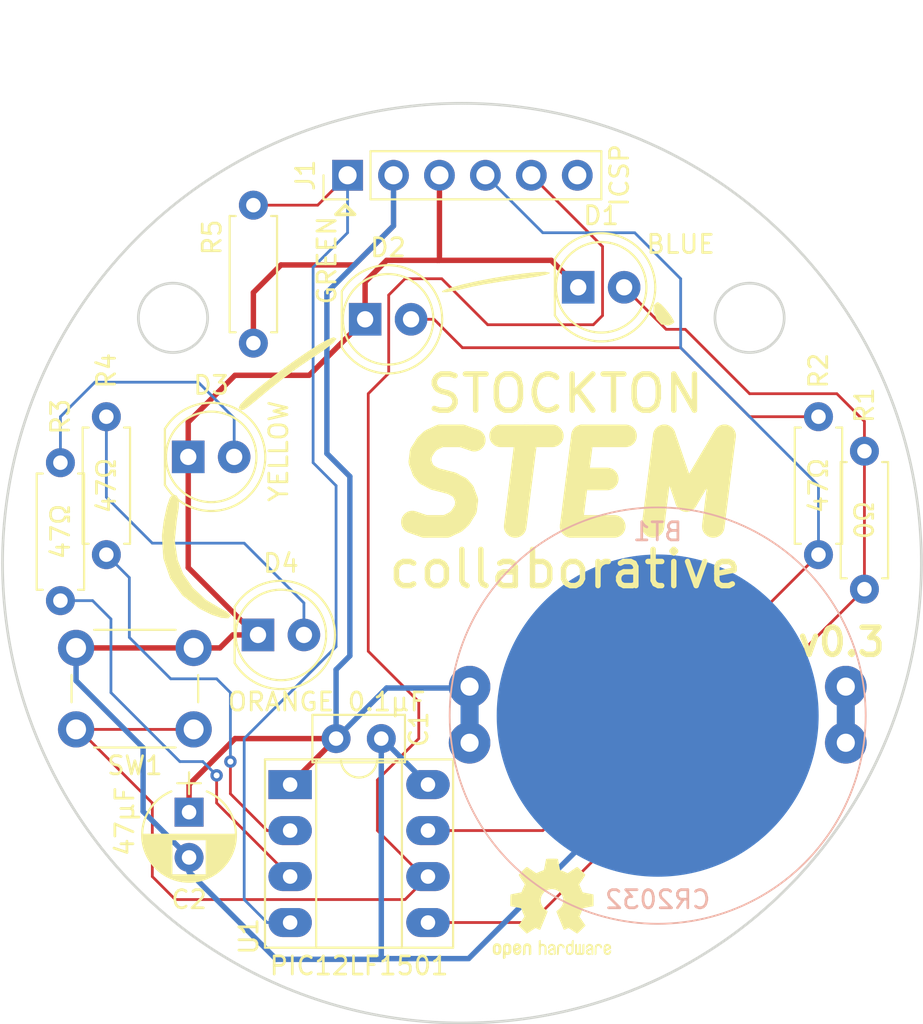
<source format=kicad_pcb>
(kicad_pcb (version 4) (host pcbnew 4.0.6)

  (general
    (links 33)
    (no_connects 1)
    (area 123.724999 71.514999 174.675001 122.465001)
    (thickness 1.6002)
    (drawings 11)
    (tracks 145)
    (zones 0)
    (modules 17)
    (nets 13)
  )

  (page A4)
  (title_block
    (title "Stockton STEM Collaborative badge")
    (date 2017-07-01)
    (rev v0.3)
    (company "MIT License; (c) 2017 Chris Luke")
    (comment 2 https://github.com/stockton-stem/stockton-stem-badge)
    (comment 3 "Microcontroller-driven LED flasher")
  )

  (layers
    (0 F.Cu signal)
    (31 B.Cu signal)
    (32 B.Adhes user)
    (33 F.Adhes user)
    (34 B.Paste user)
    (35 F.Paste user)
    (36 B.SilkS user)
    (37 F.SilkS user)
    (38 B.Mask user)
    (39 F.Mask user)
    (40 Dwgs.User user)
    (41 Cmts.User user)
    (42 Eco1.User user)
    (43 Eco2.User user)
    (44 Edge.Cuts user)
    (45 Margin user)
    (46 B.CrtYd user)
    (47 F.CrtYd user)
    (48 B.Fab user)
    (49 F.Fab user)
  )

  (setup
    (last_trace_width 0.1524)
    (trace_clearance 0.1524)
    (zone_clearance 0.508)
    (zone_45_only no)
    (trace_min 0.1524)
    (segment_width 0.2)
    (edge_width 0.15)
    (via_size 0.6858)
    (via_drill 0.3302)
    (via_min_size 0.6858)
    (via_min_drill 0.3302)
    (uvia_size 0.762)
    (uvia_drill 0.508)
    (uvias_allowed no)
    (uvia_min_size 0)
    (uvia_min_drill 0)
    (pcb_text_width 0.3)
    (pcb_text_size 1.5 1.5)
    (mod_edge_width 0.15)
    (mod_text_size 1 1)
    (mod_text_width 0.15)
    (pad_size 1.524 1.524)
    (pad_drill 0.762)
    (pad_to_mask_clearance 0.2)
    (aux_axis_origin 0 0)
    (visible_elements 7FFFFFFF)
    (pcbplotparams
      (layerselection 0x010f0_80000001)
      (usegerberextensions true)
      (excludeedgelayer true)
      (linewidth 0.100000)
      (plotframeref false)
      (viasonmask false)
      (mode 1)
      (useauxorigin false)
      (hpglpennumber 1)
      (hpglpenspeed 20)
      (hpglpendiameter 15)
      (hpglpenoverlay 2)
      (psnegative false)
      (psa4output false)
      (plotreference true)
      (plotvalue true)
      (plotinvisibletext false)
      (padsonsilk false)
      (subtractmaskfromsilk false)
      (outputformat 1)
      (mirror false)
      (drillshape 0)
      (scaleselection 1)
      (outputdirectory gerber/))
  )

  (net 0 "")
  (net 1 GND)
  (net 2 VDD)
  (net 3 "Net-(D2-Pad2)")
  (net 4 "Net-(D3-Pad2)")
  (net 5 "Net-(D4-Pad2)")
  (net 6 LED1)
  (net 7 LED2)
  (net 8 LED3)
  (net 9 LED4)
  (net 10 "Net-(J1-Pad6)")
  (net 11 BUT1)
  (net 12 VPP)

  (net_class Default "This is the default net class."
    (clearance 0.1524)
    (trace_width 0.1524)
    (via_dia 0.6858)
    (via_drill 0.3302)
    (uvia_dia 0.762)
    (uvia_drill 0.508)
    (add_net BUT1)
    (add_net LED1)
    (add_net LED2)
    (add_net LED3)
    (add_net LED4)
    (add_net "Net-(D2-Pad2)")
    (add_net "Net-(D3-Pad2)")
    (add_net "Net-(D4-Pad2)")
    (add_net "Net-(J1-Pad6)")
    (add_net VPP)
  )

  (net_class Power ""
    (clearance 0.2)
    (trace_width 0.3)
    (via_dia 0.6858)
    (via_drill 0.3302)
    (uvia_dia 0.762)
    (uvia_drill 0.508)
    (add_net GND)
    (add_net VDD)
  )

  (module footprints:BAT-HLD-001-THM (layer B.Cu) (tedit 59581D46) (tstamp 59262C42)
    (at 160.02 105.41)
    (path /591E350D)
    (fp_text reference BT1 (at 0 -10.16) (layer B.SilkS)
      (effects (font (size 1 1) (thickness 0.15)) (justify mirror))
    )
    (fp_text value CR2032 (at 0 10.16) (layer B.SilkS)
      (effects (font (size 1 1) (thickness 0.15)) (justify mirror))
    )
    (fp_circle (center 0 0) (end 10.795 -4.445) (layer B.CrtYd) (width 0.1))
    (fp_circle (center 0 0) (end 11.5 0) (layer B.SilkS) (width 0.1))
    (fp_line (start -10.4 0.6) (end -10.4 -0.6) (layer B.Cu) (width 1))
    (fp_line (start 10.4 0.6) (end 10.4 -0.6) (layer B.Cu) (width 1))
    (pad 2 smd circle (at 0 0) (size 17.8 17.8) (layers B.Cu B.Mask)
      (net 1 GND))
    (pad 1 thru_hole circle (at 10.4 1.5) (size 2.3 2.3) (drill 1) (layers *.Cu *.Mask)
      (net 2 VDD))
    (pad 1 thru_hole circle (at 10.4 -1.6) (size 2.3 2.3) (drill 1) (layers *.Cu *.Mask)
      (net 2 VDD))
    (pad 1 thru_hole circle (at -10.4 1.5) (size 2.3 2.3) (drill 1) (layers *.Cu *.Mask)
      (net 2 VDD))
    (pad 1 thru_hole circle (at -10.4 -1.6) (size 2.3 2.3) (drill 1) (layers *.Cu *.Mask)
      (net 2 VDD))
  )

  (module Capacitors_THT:CP_Radial_D5.0mm_P2.50mm (layer F.Cu) (tedit 592F3C47) (tstamp 592E1A0D)
    (at 134.112 110.744 270)
    (descr "CP, Radial series, Radial, pin pitch=2.50mm, , diameter=5mm, Electrolytic Capacitor")
    (tags "CP Radial series Radial pin pitch 2.50mm  diameter 5mm Electrolytic Capacitor")
    (path /592E55AD)
    (fp_text reference C2 (at 4.826 0 360) (layer F.SilkS)
      (effects (font (size 1 1) (thickness 0.15)))
    )
    (fp_text value 47μF (at 0.508 3.556 270) (layer F.SilkS)
      (effects (font (size 1 1) (thickness 0.15)))
    )
    (fp_text user %R (at 0.775 0 270) (layer F.Fab)
      (effects (font (size 1 1) (thickness 0.15)))
    )
    (fp_line (start -2.2 0) (end -1 0) (layer F.Fab) (width 0.1))
    (fp_line (start -1.6 -0.65) (end -1.6 0.65) (layer F.Fab) (width 0.1))
    (fp_line (start 1.25 -2.55) (end 1.25 2.55) (layer F.SilkS) (width 0.12))
    (fp_line (start 1.29 -2.55) (end 1.29 2.55) (layer F.SilkS) (width 0.12))
    (fp_line (start 1.33 -2.549) (end 1.33 2.549) (layer F.SilkS) (width 0.12))
    (fp_line (start 1.37 -2.548) (end 1.37 2.548) (layer F.SilkS) (width 0.12))
    (fp_line (start 1.41 -2.546) (end 1.41 2.546) (layer F.SilkS) (width 0.12))
    (fp_line (start 1.45 -2.543) (end 1.45 2.543) (layer F.SilkS) (width 0.12))
    (fp_line (start 1.49 -2.539) (end 1.49 2.539) (layer F.SilkS) (width 0.12))
    (fp_line (start 1.53 -2.535) (end 1.53 -0.98) (layer F.SilkS) (width 0.12))
    (fp_line (start 1.53 0.98) (end 1.53 2.535) (layer F.SilkS) (width 0.12))
    (fp_line (start 1.57 -2.531) (end 1.57 -0.98) (layer F.SilkS) (width 0.12))
    (fp_line (start 1.57 0.98) (end 1.57 2.531) (layer F.SilkS) (width 0.12))
    (fp_line (start 1.61 -2.525) (end 1.61 -0.98) (layer F.SilkS) (width 0.12))
    (fp_line (start 1.61 0.98) (end 1.61 2.525) (layer F.SilkS) (width 0.12))
    (fp_line (start 1.65 -2.519) (end 1.65 -0.98) (layer F.SilkS) (width 0.12))
    (fp_line (start 1.65 0.98) (end 1.65 2.519) (layer F.SilkS) (width 0.12))
    (fp_line (start 1.69 -2.513) (end 1.69 -0.98) (layer F.SilkS) (width 0.12))
    (fp_line (start 1.69 0.98) (end 1.69 2.513) (layer F.SilkS) (width 0.12))
    (fp_line (start 1.73 -2.506) (end 1.73 -0.98) (layer F.SilkS) (width 0.12))
    (fp_line (start 1.73 0.98) (end 1.73 2.506) (layer F.SilkS) (width 0.12))
    (fp_line (start 1.77 -2.498) (end 1.77 -0.98) (layer F.SilkS) (width 0.12))
    (fp_line (start 1.77 0.98) (end 1.77 2.498) (layer F.SilkS) (width 0.12))
    (fp_line (start 1.81 -2.489) (end 1.81 -0.98) (layer F.SilkS) (width 0.12))
    (fp_line (start 1.81 0.98) (end 1.81 2.489) (layer F.SilkS) (width 0.12))
    (fp_line (start 1.85 -2.48) (end 1.85 -0.98) (layer F.SilkS) (width 0.12))
    (fp_line (start 1.85 0.98) (end 1.85 2.48) (layer F.SilkS) (width 0.12))
    (fp_line (start 1.89 -2.47) (end 1.89 -0.98) (layer F.SilkS) (width 0.12))
    (fp_line (start 1.89 0.98) (end 1.89 2.47) (layer F.SilkS) (width 0.12))
    (fp_line (start 1.93 -2.46) (end 1.93 -0.98) (layer F.SilkS) (width 0.12))
    (fp_line (start 1.93 0.98) (end 1.93 2.46) (layer F.SilkS) (width 0.12))
    (fp_line (start 1.971 -2.448) (end 1.971 -0.98) (layer F.SilkS) (width 0.12))
    (fp_line (start 1.971 0.98) (end 1.971 2.448) (layer F.SilkS) (width 0.12))
    (fp_line (start 2.011 -2.436) (end 2.011 -0.98) (layer F.SilkS) (width 0.12))
    (fp_line (start 2.011 0.98) (end 2.011 2.436) (layer F.SilkS) (width 0.12))
    (fp_line (start 2.051 -2.424) (end 2.051 -0.98) (layer F.SilkS) (width 0.12))
    (fp_line (start 2.051 0.98) (end 2.051 2.424) (layer F.SilkS) (width 0.12))
    (fp_line (start 2.091 -2.41) (end 2.091 -0.98) (layer F.SilkS) (width 0.12))
    (fp_line (start 2.091 0.98) (end 2.091 2.41) (layer F.SilkS) (width 0.12))
    (fp_line (start 2.131 -2.396) (end 2.131 -0.98) (layer F.SilkS) (width 0.12))
    (fp_line (start 2.131 0.98) (end 2.131 2.396) (layer F.SilkS) (width 0.12))
    (fp_line (start 2.171 -2.382) (end 2.171 -0.98) (layer F.SilkS) (width 0.12))
    (fp_line (start 2.171 0.98) (end 2.171 2.382) (layer F.SilkS) (width 0.12))
    (fp_line (start 2.211 -2.366) (end 2.211 -0.98) (layer F.SilkS) (width 0.12))
    (fp_line (start 2.211 0.98) (end 2.211 2.366) (layer F.SilkS) (width 0.12))
    (fp_line (start 2.251 -2.35) (end 2.251 -0.98) (layer F.SilkS) (width 0.12))
    (fp_line (start 2.251 0.98) (end 2.251 2.35) (layer F.SilkS) (width 0.12))
    (fp_line (start 2.291 -2.333) (end 2.291 -0.98) (layer F.SilkS) (width 0.12))
    (fp_line (start 2.291 0.98) (end 2.291 2.333) (layer F.SilkS) (width 0.12))
    (fp_line (start 2.331 -2.315) (end 2.331 -0.98) (layer F.SilkS) (width 0.12))
    (fp_line (start 2.331 0.98) (end 2.331 2.315) (layer F.SilkS) (width 0.12))
    (fp_line (start 2.371 -2.296) (end 2.371 -0.98) (layer F.SilkS) (width 0.12))
    (fp_line (start 2.371 0.98) (end 2.371 2.296) (layer F.SilkS) (width 0.12))
    (fp_line (start 2.411 -2.276) (end 2.411 -0.98) (layer F.SilkS) (width 0.12))
    (fp_line (start 2.411 0.98) (end 2.411 2.276) (layer F.SilkS) (width 0.12))
    (fp_line (start 2.451 -2.256) (end 2.451 -0.98) (layer F.SilkS) (width 0.12))
    (fp_line (start 2.451 0.98) (end 2.451 2.256) (layer F.SilkS) (width 0.12))
    (fp_line (start 2.491 -2.234) (end 2.491 -0.98) (layer F.SilkS) (width 0.12))
    (fp_line (start 2.491 0.98) (end 2.491 2.234) (layer F.SilkS) (width 0.12))
    (fp_line (start 2.531 -2.212) (end 2.531 -0.98) (layer F.SilkS) (width 0.12))
    (fp_line (start 2.531 0.98) (end 2.531 2.212) (layer F.SilkS) (width 0.12))
    (fp_line (start 2.571 -2.189) (end 2.571 -0.98) (layer F.SilkS) (width 0.12))
    (fp_line (start 2.571 0.98) (end 2.571 2.189) (layer F.SilkS) (width 0.12))
    (fp_line (start 2.611 -2.165) (end 2.611 -0.98) (layer F.SilkS) (width 0.12))
    (fp_line (start 2.611 0.98) (end 2.611 2.165) (layer F.SilkS) (width 0.12))
    (fp_line (start 2.651 -2.14) (end 2.651 -0.98) (layer F.SilkS) (width 0.12))
    (fp_line (start 2.651 0.98) (end 2.651 2.14) (layer F.SilkS) (width 0.12))
    (fp_line (start 2.691 -2.113) (end 2.691 -0.98) (layer F.SilkS) (width 0.12))
    (fp_line (start 2.691 0.98) (end 2.691 2.113) (layer F.SilkS) (width 0.12))
    (fp_line (start 2.731 -2.086) (end 2.731 -0.98) (layer F.SilkS) (width 0.12))
    (fp_line (start 2.731 0.98) (end 2.731 2.086) (layer F.SilkS) (width 0.12))
    (fp_line (start 2.771 -2.058) (end 2.771 -0.98) (layer F.SilkS) (width 0.12))
    (fp_line (start 2.771 0.98) (end 2.771 2.058) (layer F.SilkS) (width 0.12))
    (fp_line (start 2.811 -2.028) (end 2.811 -0.98) (layer F.SilkS) (width 0.12))
    (fp_line (start 2.811 0.98) (end 2.811 2.028) (layer F.SilkS) (width 0.12))
    (fp_line (start 2.851 -1.997) (end 2.851 -0.98) (layer F.SilkS) (width 0.12))
    (fp_line (start 2.851 0.98) (end 2.851 1.997) (layer F.SilkS) (width 0.12))
    (fp_line (start 2.891 -1.965) (end 2.891 -0.98) (layer F.SilkS) (width 0.12))
    (fp_line (start 2.891 0.98) (end 2.891 1.965) (layer F.SilkS) (width 0.12))
    (fp_line (start 2.931 -1.932) (end 2.931 -0.98) (layer F.SilkS) (width 0.12))
    (fp_line (start 2.931 0.98) (end 2.931 1.932) (layer F.SilkS) (width 0.12))
    (fp_line (start 2.971 -1.897) (end 2.971 -0.98) (layer F.SilkS) (width 0.12))
    (fp_line (start 2.971 0.98) (end 2.971 1.897) (layer F.SilkS) (width 0.12))
    (fp_line (start 3.011 -1.861) (end 3.011 -0.98) (layer F.SilkS) (width 0.12))
    (fp_line (start 3.011 0.98) (end 3.011 1.861) (layer F.SilkS) (width 0.12))
    (fp_line (start 3.051 -1.823) (end 3.051 -0.98) (layer F.SilkS) (width 0.12))
    (fp_line (start 3.051 0.98) (end 3.051 1.823) (layer F.SilkS) (width 0.12))
    (fp_line (start 3.091 -1.783) (end 3.091 -0.98) (layer F.SilkS) (width 0.12))
    (fp_line (start 3.091 0.98) (end 3.091 1.783) (layer F.SilkS) (width 0.12))
    (fp_line (start 3.131 -1.742) (end 3.131 -0.98) (layer F.SilkS) (width 0.12))
    (fp_line (start 3.131 0.98) (end 3.131 1.742) (layer F.SilkS) (width 0.12))
    (fp_line (start 3.171 -1.699) (end 3.171 -0.98) (layer F.SilkS) (width 0.12))
    (fp_line (start 3.171 0.98) (end 3.171 1.699) (layer F.SilkS) (width 0.12))
    (fp_line (start 3.211 -1.654) (end 3.211 -0.98) (layer F.SilkS) (width 0.12))
    (fp_line (start 3.211 0.98) (end 3.211 1.654) (layer F.SilkS) (width 0.12))
    (fp_line (start 3.251 -1.606) (end 3.251 -0.98) (layer F.SilkS) (width 0.12))
    (fp_line (start 3.251 0.98) (end 3.251 1.606) (layer F.SilkS) (width 0.12))
    (fp_line (start 3.291 -1.556) (end 3.291 -0.98) (layer F.SilkS) (width 0.12))
    (fp_line (start 3.291 0.98) (end 3.291 1.556) (layer F.SilkS) (width 0.12))
    (fp_line (start 3.331 -1.504) (end 3.331 -0.98) (layer F.SilkS) (width 0.12))
    (fp_line (start 3.331 0.98) (end 3.331 1.504) (layer F.SilkS) (width 0.12))
    (fp_line (start 3.371 -1.448) (end 3.371 -0.98) (layer F.SilkS) (width 0.12))
    (fp_line (start 3.371 0.98) (end 3.371 1.448) (layer F.SilkS) (width 0.12))
    (fp_line (start 3.411 -1.39) (end 3.411 -0.98) (layer F.SilkS) (width 0.12))
    (fp_line (start 3.411 0.98) (end 3.411 1.39) (layer F.SilkS) (width 0.12))
    (fp_line (start 3.451 -1.327) (end 3.451 -0.98) (layer F.SilkS) (width 0.12))
    (fp_line (start 3.451 0.98) (end 3.451 1.327) (layer F.SilkS) (width 0.12))
    (fp_line (start 3.491 -1.261) (end 3.491 1.261) (layer F.SilkS) (width 0.12))
    (fp_line (start 3.531 -1.189) (end 3.531 1.189) (layer F.SilkS) (width 0.12))
    (fp_line (start 3.571 -1.112) (end 3.571 1.112) (layer F.SilkS) (width 0.12))
    (fp_line (start 3.611 -1.028) (end 3.611 1.028) (layer F.SilkS) (width 0.12))
    (fp_line (start 3.651 -0.934) (end 3.651 0.934) (layer F.SilkS) (width 0.12))
    (fp_line (start 3.691 -0.829) (end 3.691 0.829) (layer F.SilkS) (width 0.12))
    (fp_line (start 3.731 -0.707) (end 3.731 0.707) (layer F.SilkS) (width 0.12))
    (fp_line (start 3.771 -0.559) (end 3.771 0.559) (layer F.SilkS) (width 0.12))
    (fp_line (start 3.811 -0.354) (end 3.811 0.354) (layer F.SilkS) (width 0.12))
    (fp_line (start -2.2 0) (end -1 0) (layer F.SilkS) (width 0.12))
    (fp_line (start -1.6 -0.65) (end -1.6 0.65) (layer F.SilkS) (width 0.12))
    (fp_line (start -1.6 -2.85) (end -1.6 2.85) (layer F.CrtYd) (width 0.05))
    (fp_line (start -1.6 2.85) (end 4.1 2.85) (layer F.CrtYd) (width 0.05))
    (fp_line (start 4.1 2.85) (end 4.1 -2.85) (layer F.CrtYd) (width 0.05))
    (fp_line (start 4.1 -2.85) (end -1.6 -2.85) (layer F.CrtYd) (width 0.05))
    (fp_circle (center 1.25 0) (end 3.75 0) (layer F.Fab) (width 0.1))
    (fp_arc (start 1.25 0) (end -1.147436 -0.98) (angle 135.5) (layer F.SilkS) (width 0.12))
    (fp_arc (start 1.25 0) (end -1.147436 0.98) (angle -135.5) (layer F.SilkS) (width 0.12))
    (fp_arc (start 1.25 0) (end 3.647436 -0.98) (angle 44.5) (layer F.SilkS) (width 0.12))
    (pad 1 thru_hole rect (at 0 0 270) (size 1.6 1.6) (drill 0.8) (layers *.Cu *.Mask)
      (net 2 VDD))
    (pad 2 thru_hole circle (at 2.5 0 270) (size 1.6 1.6) (drill 0.8) (layers *.Cu *.Mask)
      (net 1 GND))
    (model ${KISYS3DMOD}/Capacitors_THT.3dshapes/CP_Radial_D5.0mm_P2.50mm.wrl
      (at (xyz 0 0 0))
      (scale (xyz 0.393701 0.393701 0.393701))
      (rotate (xyz 0 0 0))
    )
  )

  (module Resistors_THT:R_Axial_DIN0207_L6.3mm_D2.5mm_P7.62mm_Horizontal (layer F.Cu) (tedit 592344A9) (tstamp 591E3E2F)
    (at 129.54 96.52 90)
    (descr "Resistor, Axial_DIN0207 series, Axial, Horizontal, pin pitch=7.62mm, 0.25W = 1/4W, length*diameter=6.3*2.5mm^2, http://cdn-reichelt.de/documents/datenblatt/B400/1_4W%23YAG.pdf")
    (tags "Resistor Axial_DIN0207 series Axial Horizontal pin pitch 7.62mm 0.25W = 1/4W length 6.3mm diameter 2.5mm")
    (path /591E3AD6)
    (fp_text reference R4 (at 10.16 0 90) (layer F.SilkS)
      (effects (font (size 1 1) (thickness 0.15)))
    )
    (fp_text value 47Ω (at 3.81 0 90) (layer F.SilkS)
      (effects (font (size 1 1) (thickness 0.15)))
    )
    (fp_line (start 0.66 -1.25) (end 0.66 1.25) (layer F.Fab) (width 0.1))
    (fp_line (start 0.66 1.25) (end 6.96 1.25) (layer F.Fab) (width 0.1))
    (fp_line (start 6.96 1.25) (end 6.96 -1.25) (layer F.Fab) (width 0.1))
    (fp_line (start 6.96 -1.25) (end 0.66 -1.25) (layer F.Fab) (width 0.1))
    (fp_line (start 0 0) (end 0.66 0) (layer F.Fab) (width 0.1))
    (fp_line (start 7.62 0) (end 6.96 0) (layer F.Fab) (width 0.1))
    (fp_line (start 0.6 -0.98) (end 0.6 -1.31) (layer F.SilkS) (width 0.12))
    (fp_line (start 0.6 -1.31) (end 7.02 -1.31) (layer F.SilkS) (width 0.12))
    (fp_line (start 7.02 -1.31) (end 7.02 -0.98) (layer F.SilkS) (width 0.12))
    (fp_line (start 0.6 0.98) (end 0.6 1.31) (layer F.SilkS) (width 0.12))
    (fp_line (start 0.6 1.31) (end 7.02 1.31) (layer F.SilkS) (width 0.12))
    (fp_line (start 7.02 1.31) (end 7.02 0.98) (layer F.SilkS) (width 0.12))
    (fp_line (start -1.05 -1.6) (end -1.05 1.6) (layer F.CrtYd) (width 0.05))
    (fp_line (start -1.05 1.6) (end 8.7 1.6) (layer F.CrtYd) (width 0.05))
    (fp_line (start 8.7 1.6) (end 8.7 -1.6) (layer F.CrtYd) (width 0.05))
    (fp_line (start 8.7 -1.6) (end -1.05 -1.6) (layer F.CrtYd) (width 0.05))
    (pad 1 thru_hole circle (at 0 0 90) (size 1.6 1.6) (drill 0.8) (layers *.Cu *.Mask)
      (net 9 LED4))
    (pad 2 thru_hole oval (at 7.62 0 90) (size 1.6 1.6) (drill 0.8) (layers *.Cu *.Mask)
      (net 5 "Net-(D4-Pad2)"))
    (model Resistors_THT.3dshapes/R_Axial_DIN0207_L6.3mm_D2.5mm_P7.62mm_Horizontal.wrl
      (at (xyz 0 0 0))
      (scale (xyz 0.393701 0.393701 0.393701))
      (rotate (xyz 0 0 0))
    )
  )

  (module Housings_DIP:DIP-8_W7.62mm_Socket_LongPads (layer F.Cu) (tedit 59581EB7) (tstamp 591E37DE)
    (at 139.7 109.22)
    (descr "8-lead dip package, row spacing 7.62 mm (300 mils), Socket, LongPads")
    (tags "DIL DIP PDIP 2.54mm 7.62mm 300mil Socket LongPads")
    (path /591E2774)
    (fp_text reference U1 (at -2.286 8.382 90) (layer F.SilkS)
      (effects (font (size 1 1) (thickness 0.15)))
    )
    (fp_text value PIC12LF1501 (at 3.81 10.01) (layer F.SilkS)
      (effects (font (size 1 1) (thickness 0.15)))
    )
    (fp_text user %R (at 3.81 3.81) (layer F.Fab)
      (effects (font (size 1 1) (thickness 0.15)))
    )
    (fp_line (start 1.635 -1.27) (end 6.985 -1.27) (layer F.Fab) (width 0.1))
    (fp_line (start 6.985 -1.27) (end 6.985 8.89) (layer F.Fab) (width 0.1))
    (fp_line (start 6.985 8.89) (end 0.635 8.89) (layer F.Fab) (width 0.1))
    (fp_line (start 0.635 8.89) (end 0.635 -0.27) (layer F.Fab) (width 0.1))
    (fp_line (start 0.635 -0.27) (end 1.635 -1.27) (layer F.Fab) (width 0.1))
    (fp_line (start -1.27 -1.27) (end -1.27 8.89) (layer F.Fab) (width 0.1))
    (fp_line (start -1.27 8.89) (end 8.89 8.89) (layer F.Fab) (width 0.1))
    (fp_line (start 8.89 8.89) (end 8.89 -1.27) (layer F.Fab) (width 0.1))
    (fp_line (start 8.89 -1.27) (end -1.27 -1.27) (layer F.Fab) (width 0.1))
    (fp_line (start 2.81 -1.39) (end 1.44 -1.39) (layer F.SilkS) (width 0.12))
    (fp_line (start 1.44 -1.39) (end 1.44 9.01) (layer F.SilkS) (width 0.12))
    (fp_line (start 1.44 9.01) (end 6.18 9.01) (layer F.SilkS) (width 0.12))
    (fp_line (start 6.18 9.01) (end 6.18 -1.39) (layer F.SilkS) (width 0.12))
    (fp_line (start 6.18 -1.39) (end 4.81 -1.39) (layer F.SilkS) (width 0.12))
    (fp_line (start -1.39 -1.39) (end -1.39 9.01) (layer F.SilkS) (width 0.12))
    (fp_line (start -1.39 9.01) (end 9.01 9.01) (layer F.SilkS) (width 0.12))
    (fp_line (start 9.01 9.01) (end 9.01 -1.39) (layer F.SilkS) (width 0.12))
    (fp_line (start 9.01 -1.39) (end -1.39 -1.39) (layer F.SilkS) (width 0.12))
    (fp_line (start -1.7 -1.7) (end -1.7 9.3) (layer F.CrtYd) (width 0.05))
    (fp_line (start -1.7 9.3) (end 9.3 9.3) (layer F.CrtYd) (width 0.05))
    (fp_line (start 9.3 9.3) (end 9.3 -1.7) (layer F.CrtYd) (width 0.05))
    (fp_line (start 9.3 -1.7) (end -1.7 -1.7) (layer F.CrtYd) (width 0.05))
    (fp_arc (start 3.81 -1.39) (end 2.81 -1.39) (angle -180) (layer F.SilkS) (width 0.12))
    (pad 1 thru_hole rect (at 0 0) (size 2.4 1.6) (drill 0.8) (layers *.Cu *.Mask)
      (net 2 VDD))
    (pad 5 thru_hole oval (at 7.62 7.62) (size 2.4 1.6) (drill 0.8) (layers *.Cu *.Mask)
      (net 6 LED1))
    (pad 2 thru_hole oval (at 0 2.54) (size 2.4 1.6) (drill 0.8) (layers *.Cu *.Mask)
      (net 9 LED4))
    (pad 6 thru_hole oval (at 7.62 5.08) (size 2.4 1.6) (drill 0.8) (layers *.Cu *.Mask)
      (net 11 BUT1))
    (pad 3 thru_hole oval (at 0 5.08) (size 2.4 1.6) (drill 0.8) (layers *.Cu *.Mask)
      (net 8 LED3))
    (pad 7 thru_hole oval (at 7.62 2.54) (size 2.4 1.6) (drill 0.8) (layers *.Cu *.Mask)
      (net 7 LED2))
    (pad 4 thru_hole oval (at 0 7.62) (size 2.4 1.6) (drill 0.8) (layers *.Cu *.Mask)
      (net 12 VPP))
    (pad 8 thru_hole oval (at 7.62 0) (size 2.4 1.6) (drill 0.8) (layers *.Cu *.Mask)
      (net 1 GND))
    (model Housings_DIP.3dshapes/DIP-8_W7.62mm_Socket_LongPads.wrl
      (at (xyz 0 0 0))
      (scale (xyz 1 1 1))
      (rotate (xyz 0 0 0))
    )
    (model Housings_DIP.3dshapes/DIP-8_W7.62mm_LongPads.wrl
      (at (xyz 0 0 0))
      (scale (xyz 1 1 1))
      (rotate (xyz 0 0 0))
    )
  )

  (module Capacitors_THT:C_Disc_D5.0mm_W2.5mm_P2.50mm (layer F.Cu) (tedit 59581EC1) (tstamp 591E37BA)
    (at 142.24 106.68)
    (descr "C, Disc series, Radial, pin pitch=2.50mm, , diameter*width=5*2.5mm^2, Capacitor, http://cdn-reichelt.de/documents/datenblatt/B300/DS_KERKO_TC.pdf")
    (tags "C Disc series Radial pin pitch 2.50mm  diameter 5mm width 2.5mm Capacitor")
    (path /591E35CB)
    (fp_text reference C1 (at 4.572 -0.508 90) (layer F.SilkS)
      (effects (font (size 1 1) (thickness 0.15)))
    )
    (fp_text value 0.1μF (at 2.794 -2.032 180) (layer F.SilkS)
      (effects (font (size 1 1) (thickness 0.15)))
    )
    (fp_line (start -1.25 -1.25) (end -1.25 1.25) (layer F.Fab) (width 0.1))
    (fp_line (start -1.25 1.25) (end 3.75 1.25) (layer F.Fab) (width 0.1))
    (fp_line (start 3.75 1.25) (end 3.75 -1.25) (layer F.Fab) (width 0.1))
    (fp_line (start 3.75 -1.25) (end -1.25 -1.25) (layer F.Fab) (width 0.1))
    (fp_line (start -1.31 -1.31) (end 3.81 -1.31) (layer F.SilkS) (width 0.12))
    (fp_line (start -1.31 1.31) (end 3.81 1.31) (layer F.SilkS) (width 0.12))
    (fp_line (start -1.31 -1.31) (end -1.31 1.31) (layer F.SilkS) (width 0.12))
    (fp_line (start 3.81 -1.31) (end 3.81 1.31) (layer F.SilkS) (width 0.12))
    (fp_line (start -1.6 -1.6) (end -1.6 1.6) (layer F.CrtYd) (width 0.05))
    (fp_line (start -1.6 1.6) (end 4.1 1.6) (layer F.CrtYd) (width 0.05))
    (fp_line (start 4.1 1.6) (end 4.1 -1.6) (layer F.CrtYd) (width 0.05))
    (fp_line (start 4.1 -1.6) (end -1.6 -1.6) (layer F.CrtYd) (width 0.05))
    (pad 1 thru_hole circle (at 0 0) (size 1.6 1.6) (drill 0.8) (layers *.Cu *.Mask)
      (net 2 VDD))
    (pad 2 thru_hole circle (at 2.5 0) (size 1.6 1.6) (drill 0.8) (layers *.Cu *.Mask)
      (net 1 GND))
    (model Capacitors_THT.3dshapes/C_Disc_D5.0mm_W2.5mm_P2.50mm.wrl
      (at (xyz 0 0 0))
      (scale (xyz 0.393701 0.393701 0.393701))
      (rotate (xyz 0 0 0))
    )
  )

  (module LEDs:LED_D5.0mm (layer F.Cu) (tedit 5927A263) (tstamp 591E3E05)
    (at 155.6258 81.75244)
    (descr "LED, diameter 5.0mm, 2 pins, http://cdn-reichelt.de/documents/datenblatt/A500/LL-504BC2E-009.pdf")
    (tags "LED diameter 5.0mm 2 pins")
    (path /591E3B38)
    (fp_text reference D1 (at 1.27 -3.96) (layer F.SilkS)
      (effects (font (size 1 1) (thickness 0.15)))
    )
    (fp_text value BLUE (at 5.6642 -2.37744) (layer F.SilkS)
      (effects (font (size 1 1) (thickness 0.15)))
    )
    (fp_arc (start 1.27 0) (end -1.23 -1.469694) (angle 299.1) (layer F.Fab) (width 0.1))
    (fp_arc (start 1.27 0) (end -1.29 -1.54483) (angle 148.9) (layer F.SilkS) (width 0.12))
    (fp_arc (start 1.27 0) (end -1.29 1.54483) (angle -148.9) (layer F.SilkS) (width 0.12))
    (fp_circle (center 1.27 0) (end 3.77 0) (layer F.Fab) (width 0.1))
    (fp_circle (center 1.27 0) (end 3.77 0) (layer F.SilkS) (width 0.12))
    (fp_line (start -1.23 -1.469694) (end -1.23 1.469694) (layer F.Fab) (width 0.1))
    (fp_line (start -1.29 -1.545) (end -1.29 1.545) (layer F.SilkS) (width 0.12))
    (fp_line (start -1.95 -3.25) (end -1.95 3.25) (layer F.CrtYd) (width 0.05))
    (fp_line (start -1.95 3.25) (end 4.5 3.25) (layer F.CrtYd) (width 0.05))
    (fp_line (start 4.5 3.25) (end 4.5 -3.25) (layer F.CrtYd) (width 0.05))
    (fp_line (start 4.5 -3.25) (end -1.95 -3.25) (layer F.CrtYd) (width 0.05))
    (pad 1 thru_hole rect (at 0 0) (size 1.8 1.8) (drill 0.9) (layers *.Cu *.Mask)
      (net 1 GND))
    (pad 2 thru_hole circle (at 2.54 0) (size 1.8 1.8) (drill 0.9) (layers *.Cu *.Mask)
      (net 6 LED1))
    (model D:/Users/Chrisy/dev/Embedded/stockton-stem-badge/board/packages3d/LED_D5.0mm_Blue.wrl
      (at (xyz 0 0 -0.1))
      (scale (xyz 0.393701 0.393701 0.393701))
      (rotate (xyz 0 0 0))
    )
  )

  (module LEDs:LED_D5.0mm (layer F.Cu) (tedit 592E1050) (tstamp 591E3E0B)
    (at 143.84528 83.52028)
    (descr "LED, diameter 5.0mm, 2 pins, http://cdn-reichelt.de/documents/datenblatt/A500/LL-504BC2E-009.pdf")
    (tags "LED diameter 5.0mm 2 pins")
    (path /591E3BE7)
    (fp_text reference D2 (at 1.27 -3.96) (layer F.SilkS)
      (effects (font (size 1 1) (thickness 0.15)))
    )
    (fp_text value GREEN (at -2.11328 -3.25628 90) (layer F.SilkS)
      (effects (font (size 1 1) (thickness 0.15)))
    )
    (fp_arc (start 1.27 0) (end -1.23 -1.469694) (angle 299.1) (layer F.Fab) (width 0.1))
    (fp_arc (start 1.27 0) (end -1.29 -1.54483) (angle 148.9) (layer F.SilkS) (width 0.12))
    (fp_arc (start 1.27 0) (end -1.29 1.54483) (angle -148.9) (layer F.SilkS) (width 0.12))
    (fp_circle (center 1.27 0) (end 3.77 0) (layer F.Fab) (width 0.1))
    (fp_circle (center 1.27 0) (end 3.77 0) (layer F.SilkS) (width 0.12))
    (fp_line (start -1.23 -1.469694) (end -1.23 1.469694) (layer F.Fab) (width 0.1))
    (fp_line (start -1.29 -1.545) (end -1.29 1.545) (layer F.SilkS) (width 0.12))
    (fp_line (start -1.95 -3.25) (end -1.95 3.25) (layer F.CrtYd) (width 0.05))
    (fp_line (start -1.95 3.25) (end 4.5 3.25) (layer F.CrtYd) (width 0.05))
    (fp_line (start 4.5 3.25) (end 4.5 -3.25) (layer F.CrtYd) (width 0.05))
    (fp_line (start 4.5 -3.25) (end -1.95 -3.25) (layer F.CrtYd) (width 0.05))
    (pad 1 thru_hole rect (at 0 0) (size 1.8 1.8) (drill 0.9) (layers *.Cu *.Mask)
      (net 1 GND))
    (pad 2 thru_hole circle (at 2.54 0) (size 1.8 1.8) (drill 0.9) (layers *.Cu *.Mask)
      (net 3 "Net-(D2-Pad2)"))
    (model D:/Users/Chrisy/dev/Embedded/stockton-stem-badge/board/packages3d/LED_D5.0mm_Green.wrl
      (at (xyz 0 0 -0.1))
      (scale (xyz 0.393701 0.393701 0.393701))
      (rotate (xyz 0 0 0))
    )
  )

  (module LEDs:LED_D5.0mm (layer F.Cu) (tedit 5927A250) (tstamp 591E3E11)
    (at 134.06628 91.11996)
    (descr "LED, diameter 5.0mm, 2 pins, http://cdn-reichelt.de/documents/datenblatt/A500/LL-504BC2E-009.pdf")
    (tags "LED diameter 5.0mm 2 pins")
    (path /591E3C24)
    (fp_text reference D3 (at 1.27 -3.96) (layer F.SilkS)
      (effects (font (size 1 1) (thickness 0.15)))
    )
    (fp_text value YELLOW (at 4.99872 -0.31496 90) (layer F.SilkS)
      (effects (font (size 1 1) (thickness 0.15)))
    )
    (fp_arc (start 1.27 0) (end -1.23 -1.469694) (angle 299.1) (layer F.Fab) (width 0.1))
    (fp_arc (start 1.27 0) (end -1.29 -1.54483) (angle 148.9) (layer F.SilkS) (width 0.12))
    (fp_arc (start 1.27 0) (end -1.29 1.54483) (angle -148.9) (layer F.SilkS) (width 0.12))
    (fp_circle (center 1.27 0) (end 3.77 0) (layer F.Fab) (width 0.1))
    (fp_circle (center 1.27 0) (end 3.77 0) (layer F.SilkS) (width 0.12))
    (fp_line (start -1.23 -1.469694) (end -1.23 1.469694) (layer F.Fab) (width 0.1))
    (fp_line (start -1.29 -1.545) (end -1.29 1.545) (layer F.SilkS) (width 0.12))
    (fp_line (start -1.95 -3.25) (end -1.95 3.25) (layer F.CrtYd) (width 0.05))
    (fp_line (start -1.95 3.25) (end 4.5 3.25) (layer F.CrtYd) (width 0.05))
    (fp_line (start 4.5 3.25) (end 4.5 -3.25) (layer F.CrtYd) (width 0.05))
    (fp_line (start 4.5 -3.25) (end -1.95 -3.25) (layer F.CrtYd) (width 0.05))
    (pad 1 thru_hole rect (at 0 0) (size 1.8 1.8) (drill 0.9) (layers *.Cu *.Mask)
      (net 1 GND))
    (pad 2 thru_hole circle (at 2.54 0) (size 1.8 1.8) (drill 0.9) (layers *.Cu *.Mask)
      (net 4 "Net-(D3-Pad2)"))
    (model D:/Users/Chrisy/dev/Embedded/stockton-stem-badge/board/packages3d/LED_D5.0mm_Yellow.wrl
      (at (xyz 0 0 -0.1))
      (scale (xyz 0.393701 0.393701 0.393701))
      (rotate (xyz 0 0 0))
    )
  )

  (module LEDs:LED_D5.0mm (layer F.Cu) (tedit 59581EAB) (tstamp 591E3E17)
    (at 137.922 100.95484)
    (descr "LED, diameter 5.0mm, 2 pins, http://cdn-reichelt.de/documents/datenblatt/A500/LL-504BC2E-009.pdf")
    (tags "LED diameter 5.0mm 2 pins")
    (path /591E3C59)
    (fp_text reference D4 (at 1.27 -3.96) (layer F.SilkS)
      (effects (font (size 1 1) (thickness 0.15)))
    )
    (fp_text value ORANGE (at 1.27 3.69316 180) (layer F.SilkS)
      (effects (font (size 1 1) (thickness 0.15)))
    )
    (fp_arc (start 1.27 0) (end -1.23 -1.469694) (angle 299.1) (layer F.Fab) (width 0.1))
    (fp_arc (start 1.27 0) (end -1.29 -1.54483) (angle 148.9) (layer F.SilkS) (width 0.12))
    (fp_arc (start 1.27 0) (end -1.29 1.54483) (angle -148.9) (layer F.SilkS) (width 0.12))
    (fp_circle (center 1.27 0) (end 3.77 0) (layer F.Fab) (width 0.1))
    (fp_circle (center 1.27 0) (end 3.77 0) (layer F.SilkS) (width 0.12))
    (fp_line (start -1.23 -1.469694) (end -1.23 1.469694) (layer F.Fab) (width 0.1))
    (fp_line (start -1.29 -1.545) (end -1.29 1.545) (layer F.SilkS) (width 0.12))
    (fp_line (start -1.95 -3.25) (end -1.95 3.25) (layer F.CrtYd) (width 0.05))
    (fp_line (start -1.95 3.25) (end 4.5 3.25) (layer F.CrtYd) (width 0.05))
    (fp_line (start 4.5 3.25) (end 4.5 -3.25) (layer F.CrtYd) (width 0.05))
    (fp_line (start 4.5 -3.25) (end -1.95 -3.25) (layer F.CrtYd) (width 0.05))
    (pad 1 thru_hole rect (at 0 0) (size 1.8 1.8) (drill 0.9) (layers *.Cu *.Mask)
      (net 1 GND))
    (pad 2 thru_hole circle (at 2.54 0) (size 1.8 1.8) (drill 0.9) (layers *.Cu *.Mask)
      (net 5 "Net-(D4-Pad2)"))
    (model D:/Users/Chrisy/dev/Embedded/stockton-stem-badge/board/packages3d/LED_D5.0mm_Orange.wrl
      (at (xyz 0 0 -0.1))
      (scale (xyz 0.393701 0.393701 0.393701))
      (rotate (xyz 0 0 0))
    )
  )

  (module Resistors_THT:R_Axial_DIN0207_L6.3mm_D2.5mm_P7.62mm_Horizontal (layer F.Cu) (tedit 5923447F) (tstamp 591E3E1D)
    (at 171.45 98.425 90)
    (descr "Resistor, Axial_DIN0207 series, Axial, Horizontal, pin pitch=7.62mm, 0.25W = 1/4W, length*diameter=6.3*2.5mm^2, http://cdn-reichelt.de/documents/datenblatt/B400/1_4W%23YAG.pdf")
    (tags "Resistor Axial_DIN0207 series Axial Horizontal pin pitch 7.62mm 0.25W = 1/4W length 6.3mm diameter 2.5mm")
    (path /591E3893)
    (fp_text reference R1 (at 10.16 0 90) (layer F.SilkS)
      (effects (font (size 1 1) (thickness 0.15)))
    )
    (fp_text value 0Ω (at 3.81 0 90) (layer F.SilkS)
      (effects (font (size 1 1) (thickness 0.15)))
    )
    (fp_line (start 0.66 -1.25) (end 0.66 1.25) (layer F.Fab) (width 0.1))
    (fp_line (start 0.66 1.25) (end 6.96 1.25) (layer F.Fab) (width 0.1))
    (fp_line (start 6.96 1.25) (end 6.96 -1.25) (layer F.Fab) (width 0.1))
    (fp_line (start 6.96 -1.25) (end 0.66 -1.25) (layer F.Fab) (width 0.1))
    (fp_line (start 0 0) (end 0.66 0) (layer F.Fab) (width 0.1))
    (fp_line (start 7.62 0) (end 6.96 0) (layer F.Fab) (width 0.1))
    (fp_line (start 0.6 -0.98) (end 0.6 -1.31) (layer F.SilkS) (width 0.12))
    (fp_line (start 0.6 -1.31) (end 7.02 -1.31) (layer F.SilkS) (width 0.12))
    (fp_line (start 7.02 -1.31) (end 7.02 -0.98) (layer F.SilkS) (width 0.12))
    (fp_line (start 0.6 0.98) (end 0.6 1.31) (layer F.SilkS) (width 0.12))
    (fp_line (start 0.6 1.31) (end 7.02 1.31) (layer F.SilkS) (width 0.12))
    (fp_line (start 7.02 1.31) (end 7.02 0.98) (layer F.SilkS) (width 0.12))
    (fp_line (start -1.05 -1.6) (end -1.05 1.6) (layer F.CrtYd) (width 0.05))
    (fp_line (start -1.05 1.6) (end 8.7 1.6) (layer F.CrtYd) (width 0.05))
    (fp_line (start 8.7 1.6) (end 8.7 -1.6) (layer F.CrtYd) (width 0.05))
    (fp_line (start 8.7 -1.6) (end -1.05 -1.6) (layer F.CrtYd) (width 0.05))
    (pad 1 thru_hole circle (at 0 0 90) (size 1.6 1.6) (drill 0.8) (layers *.Cu *.Mask)
      (net 6 LED1))
    (pad 2 thru_hole oval (at 7.62 0 90) (size 1.6 1.6) (drill 0.8) (layers *.Cu *.Mask)
      (net 6 LED1))
    (model Resistors_THT.3dshapes/R_Axial_DIN0207_L6.3mm_D2.5mm_P7.62mm_Horizontal.wrl
      (at (xyz 0 0 0))
      (scale (xyz 0.393701 0.393701 0.393701))
      (rotate (xyz 0 0 0))
    )
  )

  (module Resistors_THT:R_Axial_DIN0207_L6.3mm_D2.5mm_P7.62mm_Horizontal (layer F.Cu) (tedit 5923448D) (tstamp 591E3E23)
    (at 168.91 96.52 90)
    (descr "Resistor, Axial_DIN0207 series, Axial, Horizontal, pin pitch=7.62mm, 0.25W = 1/4W, length*diameter=6.3*2.5mm^2, http://cdn-reichelt.de/documents/datenblatt/B400/1_4W%23YAG.pdf")
    (tags "Resistor Axial_DIN0207 series Axial Horizontal pin pitch 7.62mm 0.25W = 1/4W length 6.3mm diameter 2.5mm")
    (path /591E39DA)
    (fp_text reference R2 (at 10.16 0 90) (layer F.SilkS)
      (effects (font (size 1 1) (thickness 0.15)))
    )
    (fp_text value 47Ω (at 3.81 0 90) (layer F.SilkS)
      (effects (font (size 1 1) (thickness 0.15)))
    )
    (fp_line (start 0.66 -1.25) (end 0.66 1.25) (layer F.Fab) (width 0.1))
    (fp_line (start 0.66 1.25) (end 6.96 1.25) (layer F.Fab) (width 0.1))
    (fp_line (start 6.96 1.25) (end 6.96 -1.25) (layer F.Fab) (width 0.1))
    (fp_line (start 6.96 -1.25) (end 0.66 -1.25) (layer F.Fab) (width 0.1))
    (fp_line (start 0 0) (end 0.66 0) (layer F.Fab) (width 0.1))
    (fp_line (start 7.62 0) (end 6.96 0) (layer F.Fab) (width 0.1))
    (fp_line (start 0.6 -0.98) (end 0.6 -1.31) (layer F.SilkS) (width 0.12))
    (fp_line (start 0.6 -1.31) (end 7.02 -1.31) (layer F.SilkS) (width 0.12))
    (fp_line (start 7.02 -1.31) (end 7.02 -0.98) (layer F.SilkS) (width 0.12))
    (fp_line (start 0.6 0.98) (end 0.6 1.31) (layer F.SilkS) (width 0.12))
    (fp_line (start 0.6 1.31) (end 7.02 1.31) (layer F.SilkS) (width 0.12))
    (fp_line (start 7.02 1.31) (end 7.02 0.98) (layer F.SilkS) (width 0.12))
    (fp_line (start -1.05 -1.6) (end -1.05 1.6) (layer F.CrtYd) (width 0.05))
    (fp_line (start -1.05 1.6) (end 8.7 1.6) (layer F.CrtYd) (width 0.05))
    (fp_line (start 8.7 1.6) (end 8.7 -1.6) (layer F.CrtYd) (width 0.05))
    (fp_line (start 8.7 -1.6) (end -1.05 -1.6) (layer F.CrtYd) (width 0.05))
    (pad 1 thru_hole circle (at 0 0 90) (size 1.6 1.6) (drill 0.8) (layers *.Cu *.Mask)
      (net 7 LED2))
    (pad 2 thru_hole oval (at 7.62 0 90) (size 1.6 1.6) (drill 0.8) (layers *.Cu *.Mask)
      (net 3 "Net-(D2-Pad2)"))
    (model Resistors_THT.3dshapes/R_Axial_DIN0207_L6.3mm_D2.5mm_P7.62mm_Horizontal.wrl
      (at (xyz 0 0 0))
      (scale (xyz 0.393701 0.393701 0.393701))
      (rotate (xyz 0 0 0))
    )
  )

  (module Resistors_THT:R_Axial_DIN0207_L6.3mm_D2.5mm_P7.62mm_Horizontal (layer F.Cu) (tedit 5923449B) (tstamp 591E3E29)
    (at 127 99.06 90)
    (descr "Resistor, Axial_DIN0207 series, Axial, Horizontal, pin pitch=7.62mm, 0.25W = 1/4W, length*diameter=6.3*2.5mm^2, http://cdn-reichelt.de/documents/datenblatt/B400/1_4W%23YAG.pdf")
    (tags "Resistor Axial_DIN0207 series Axial Horizontal pin pitch 7.62mm 0.25W = 1/4W length 6.3mm diameter 2.5mm")
    (path /591E3A93)
    (fp_text reference R3 (at 10.16 0 90) (layer F.SilkS)
      (effects (font (size 1 1) (thickness 0.15)))
    )
    (fp_text value 47Ω (at 3.81 0 90) (layer F.SilkS)
      (effects (font (size 1 1) (thickness 0.15)))
    )
    (fp_line (start 0.66 -1.25) (end 0.66 1.25) (layer F.Fab) (width 0.1))
    (fp_line (start 0.66 1.25) (end 6.96 1.25) (layer F.Fab) (width 0.1))
    (fp_line (start 6.96 1.25) (end 6.96 -1.25) (layer F.Fab) (width 0.1))
    (fp_line (start 6.96 -1.25) (end 0.66 -1.25) (layer F.Fab) (width 0.1))
    (fp_line (start 0 0) (end 0.66 0) (layer F.Fab) (width 0.1))
    (fp_line (start 7.62 0) (end 6.96 0) (layer F.Fab) (width 0.1))
    (fp_line (start 0.6 -0.98) (end 0.6 -1.31) (layer F.SilkS) (width 0.12))
    (fp_line (start 0.6 -1.31) (end 7.02 -1.31) (layer F.SilkS) (width 0.12))
    (fp_line (start 7.02 -1.31) (end 7.02 -0.98) (layer F.SilkS) (width 0.12))
    (fp_line (start 0.6 0.98) (end 0.6 1.31) (layer F.SilkS) (width 0.12))
    (fp_line (start 0.6 1.31) (end 7.02 1.31) (layer F.SilkS) (width 0.12))
    (fp_line (start 7.02 1.31) (end 7.02 0.98) (layer F.SilkS) (width 0.12))
    (fp_line (start -1.05 -1.6) (end -1.05 1.6) (layer F.CrtYd) (width 0.05))
    (fp_line (start -1.05 1.6) (end 8.7 1.6) (layer F.CrtYd) (width 0.05))
    (fp_line (start 8.7 1.6) (end 8.7 -1.6) (layer F.CrtYd) (width 0.05))
    (fp_line (start 8.7 -1.6) (end -1.05 -1.6) (layer F.CrtYd) (width 0.05))
    (pad 1 thru_hole circle (at 0 0 90) (size 1.6 1.6) (drill 0.8) (layers *.Cu *.Mask)
      (net 8 LED3))
    (pad 2 thru_hole oval (at 7.62 0 90) (size 1.6 1.6) (drill 0.8) (layers *.Cu *.Mask)
      (net 4 "Net-(D3-Pad2)"))
    (model Resistors_THT.3dshapes/R_Axial_DIN0207_L6.3mm_D2.5mm_P7.62mm_Horizontal.wrl
      (at (xyz 0 0 0))
      (scale (xyz 0.393701 0.393701 0.393701))
      (rotate (xyz 0 0 0))
    )
  )

  (module Pin_Headers:Pin_Header_Straight_1x06_Pitch2.54mm (layer F.Cu) (tedit 592340B1) (tstamp 591F580C)
    (at 142.875 75.565 90)
    (descr "Through hole straight pin header, 1x06, 2.54mm pitch, single row")
    (tags "Through hole pin header THT 1x06 2.54mm single row")
    (path /591F5833)
    (fp_text reference J1 (at 0 -2.33 90) (layer F.SilkS)
      (effects (font (size 1 1) (thickness 0.15)))
    )
    (fp_text value ICSP (at 0 15.03 90) (layer F.SilkS)
      (effects (font (size 1 1) (thickness 0.15)))
    )
    (fp_line (start -1.27 -1.27) (end -1.27 13.97) (layer F.Fab) (width 0.1))
    (fp_line (start -1.27 13.97) (end 1.27 13.97) (layer F.Fab) (width 0.1))
    (fp_line (start 1.27 13.97) (end 1.27 -1.27) (layer F.Fab) (width 0.1))
    (fp_line (start 1.27 -1.27) (end -1.27 -1.27) (layer F.Fab) (width 0.1))
    (fp_line (start -1.33 1.27) (end -1.33 14.03) (layer F.SilkS) (width 0.12))
    (fp_line (start -1.33 14.03) (end 1.33 14.03) (layer F.SilkS) (width 0.12))
    (fp_line (start 1.33 14.03) (end 1.33 1.27) (layer F.SilkS) (width 0.12))
    (fp_line (start 1.33 1.27) (end -1.33 1.27) (layer F.SilkS) (width 0.12))
    (fp_line (start -1.33 0) (end -1.33 -1.33) (layer F.SilkS) (width 0.12))
    (fp_line (start -1.33 -1.33) (end 0 -1.33) (layer F.SilkS) (width 0.12))
    (fp_line (start -1.8 -1.8) (end -1.8 14.5) (layer F.CrtYd) (width 0.05))
    (fp_line (start -1.8 14.5) (end 1.8 14.5) (layer F.CrtYd) (width 0.05))
    (fp_line (start 1.8 14.5) (end 1.8 -1.8) (layer F.CrtYd) (width 0.05))
    (fp_line (start 1.8 -1.8) (end -1.8 -1.8) (layer F.CrtYd) (width 0.05))
    (fp_text user %R (at 0 -2.33 90) (layer F.Fab)
      (effects (font (size 1 1) (thickness 0.15)))
    )
    (pad 1 thru_hole rect (at 0 0 90) (size 1.7 1.7) (drill 1) (layers *.Cu *.Mask)
      (net 12 VPP))
    (pad 2 thru_hole oval (at 0 2.54 90) (size 1.7 1.7) (drill 1) (layers *.Cu *.Mask)
      (net 2 VDD))
    (pad 3 thru_hole oval (at 0 5.08 90) (size 1.7 1.7) (drill 1) (layers *.Cu *.Mask)
      (net 1 GND))
    (pad 4 thru_hole oval (at 0 7.62 90) (size 1.7 1.7) (drill 1) (layers *.Cu *.Mask)
      (net 7 LED2))
    (pad 5 thru_hole oval (at 0 10.16 90) (size 1.7 1.7) (drill 1) (layers *.Cu *.Mask)
      (net 11 BUT1))
    (pad 6 thru_hole oval (at 0 12.7 90) (size 1.7 1.7) (drill 1) (layers *.Cu *.Mask)
      (net 10 "Net-(J1-Pad6)"))
    (model ${KISYS3DMOD}/Pin_Headers.3dshapes/Pin_Header_Straight_1x06_Pitch2.54mm.wrl
      (at (xyz 0 -0.25 0))
      (scale (xyz 1 1 1))
      (rotate (xyz 0 0 90))
    )
  )

  (module Resistors_THT:R_Axial_DIN0207_L6.3mm_D2.5mm_P7.62mm_Horizontal (layer F.Cu) (tedit 592E118E) (tstamp 592E0FD2)
    (at 137.668 84.836 90)
    (descr "Resistor, Axial_DIN0207 series, Axial, Horizontal, pin pitch=7.62mm, 0.25W = 1/4W, length*diameter=6.3*2.5mm^2, http://cdn-reichelt.de/documents/datenblatt/B400/1_4W%23YAG.pdf")
    (tags "Resistor Axial_DIN0207 series Axial Horizontal pin pitch 7.62mm 0.25W = 1/4W length 6.3mm diameter 2.5mm")
    (path /592E12B8)
    (fp_text reference R5 (at 5.842 -2.286 90) (layer F.SilkS)
      (effects (font (size 1 1) (thickness 0.15)))
    )
    (fp_text value 10KΩ (at 3.81 0 90) (layer F.Fab)
      (effects (font (size 1 1) (thickness 0.15)))
    )
    (fp_line (start 0.66 -1.25) (end 0.66 1.25) (layer F.Fab) (width 0.1))
    (fp_line (start 0.66 1.25) (end 6.96 1.25) (layer F.Fab) (width 0.1))
    (fp_line (start 6.96 1.25) (end 6.96 -1.25) (layer F.Fab) (width 0.1))
    (fp_line (start 6.96 -1.25) (end 0.66 -1.25) (layer F.Fab) (width 0.1))
    (fp_line (start 0 0) (end 0.66 0) (layer F.Fab) (width 0.1))
    (fp_line (start 7.62 0) (end 6.96 0) (layer F.Fab) (width 0.1))
    (fp_line (start 0.6 -0.98) (end 0.6 -1.31) (layer F.SilkS) (width 0.12))
    (fp_line (start 0.6 -1.31) (end 7.02 -1.31) (layer F.SilkS) (width 0.12))
    (fp_line (start 7.02 -1.31) (end 7.02 -0.98) (layer F.SilkS) (width 0.12))
    (fp_line (start 0.6 0.98) (end 0.6 1.31) (layer F.SilkS) (width 0.12))
    (fp_line (start 0.6 1.31) (end 7.02 1.31) (layer F.SilkS) (width 0.12))
    (fp_line (start 7.02 1.31) (end 7.02 0.98) (layer F.SilkS) (width 0.12))
    (fp_line (start -1.05 -1.6) (end -1.05 1.6) (layer F.CrtYd) (width 0.05))
    (fp_line (start -1.05 1.6) (end 8.7 1.6) (layer F.CrtYd) (width 0.05))
    (fp_line (start 8.7 1.6) (end 8.7 -1.6) (layer F.CrtYd) (width 0.05))
    (fp_line (start 8.7 -1.6) (end -1.05 -1.6) (layer F.CrtYd) (width 0.05))
    (pad 1 thru_hole circle (at 0 0 90) (size 1.6 1.6) (drill 0.8) (layers *.Cu *.Mask)
      (net 2 VDD))
    (pad 2 thru_hole oval (at 7.62 0 90) (size 1.6 1.6) (drill 0.8) (layers *.Cu *.Mask)
      (net 12 VPP))
    (model Resistors_THT.3dshapes/R_Axial_DIN0207_L6.3mm_D2.5mm_P7.62mm_Horizontal.wrl
      (at (xyz 0 0 0))
      (scale (xyz 0.393701 0.393701 0.393701))
      (rotate (xyz 0 0 0))
    )
  )

  (module images:stem_logo (layer F.Cu) (tedit 0) (tstamp 592E1A71)
    (at 148.59 92.456)
    (fp_text reference G*** (at 0 0) (layer F.SilkS) hide
      (effects (font (thickness 0.3)))
    )
    (fp_text value LOGO (at 0.75 0) (layer F.SilkS) hide
      (effects (font (thickness 0.3)))
    )
    (fp_poly (pts (xy -15.180216 0.802301) (xy -15.151813 0.82902) (xy -15.045908 1.042556) (xy -15.04298 1.423377)
      (xy -15.143101 2.05392) (xy -15.152892 2.104066) (xy -15.271561 3.296161) (xy -15.111874 4.359383)
      (xy -14.80321 5.131979) (xy -14.278202 5.883561) (xy -13.545494 6.561684) (xy -12.745651 7.036616)
      (xy -12.73452 7.041257) (xy -12.356817 7.237896) (xy -12.173992 7.412019) (xy -12.170833 7.429733)
      (xy -12.310399 7.575828) (xy -12.683902 7.554087) (xy -13.22355 7.379462) (xy -13.86155 7.066906)
      (xy -13.890397 7.050462) (xy -14.84243 6.316415) (xy -15.515177 5.380626) (xy -15.897142 4.271011)
      (xy -15.976827 3.015487) (xy -15.87852 2.223518) (xy -15.704807 1.418037) (xy -15.54129 0.933344)
      (xy -15.371812 0.738434) (xy -15.180216 0.802301)) (layer F.SilkS) (width 0.01))
    (fp_poly (pts (xy -6.334587 -7.860482) (xy -6.508093 -7.632965) (xy -6.986994 -7.260248) (xy -7.628819 -6.834001)
      (xy -8.394177 -6.315531) (xy -9.255971 -5.682611) (xy -10.048951 -5.057378) (xy -10.176306 -4.951131)
      (xy -10.79919 -4.428821) (xy -11.207682 -4.103586) (xy -11.456081 -3.943896) (xy -11.598681 -3.918224)
      (xy -11.68978 -3.995042) (xy -11.726261 -4.05112) (xy -11.643424 -4.231316) (xy -11.318896 -4.564159)
      (xy -10.806595 -5.009767) (xy -10.16044 -5.528257) (xy -9.434351 -6.079748) (xy -8.682245 -6.624359)
      (xy -7.95804 -7.122207) (xy -7.315657 -7.533411) (xy -6.809012 -7.818089) (xy -6.492026 -7.936359)
      (xy -6.472031 -7.9375) (xy -6.334587 -7.860482)) (layer F.SilkS) (width 0.01))
    (fp_poly (pts (xy 11.635331 -9.749817) (xy 11.912869 -9.448342) (xy 12.180097 -9.096957) (xy 12.336767 -8.81927)
      (xy 12.347222 -8.76869) (xy 12.201779 -8.661818) (xy 12.002526 -8.59406) (xy 11.634724 -8.655329)
      (xy 11.371762 -8.940516) (xy 11.196214 -9.360558) (xy 11.212119 -9.709282) (xy 11.410456 -9.875396)
      (xy 11.447731 -9.877778) (xy 11.635331 -9.749817)) (layer F.SilkS) (width 0.01))
    (fp_poly (pts (xy 5.458151 -11.509839) (xy 5.468056 -11.488723) (xy 5.304746 -11.413181) (xy 4.863625 -11.316576)
      (xy 4.217903 -11.212981) (xy 3.66007 -11.141111) (xy 2.767557 -11.021907) (xy 1.885882 -10.878934)
      (xy 1.151213 -10.735263) (xy 0.881945 -10.670477) (xy 0.268103 -10.523718) (xy -0.19501 -10.443783)
      (xy -0.463799 -10.430105) (xy -0.494667 -10.48212) (xy -0.244019 -10.599262) (xy 0 -10.681921)
      (xy 0.661477 -10.864127) (xy 1.462753 -11.043594) (xy 2.3369 -11.210445) (xy 3.216987 -11.354806)
      (xy 4.036086 -11.466802) (xy 4.727265 -11.536556) (xy 5.223597 -11.554193) (xy 5.458151 -11.509839)) (layer F.SilkS) (width 0.01))
  )

  (module Symbols:OSHW-Logo2_7.3x6mm_SilkScreen (layer F.Cu) (tedit 592E1AEF) (tstamp 592E1AE0)
    (at 154.178 116.078)
    (descr "Open Source Hardware Symbol")
    (tags "Logo Symbol OSHW")
    (attr virtual)
    (fp_text reference REF*** (at 0 0) (layer F.SilkS) hide
      (effects (font (size 1 1) (thickness 0.15)))
    )
    (fp_text value OSHW-Logo2_7.3x6mm_SilkScreen (at 2.286 7.874) (layer F.Fab) hide
      (effects (font (size 1 1) (thickness 0.15)))
    )
    (fp_poly (pts (xy -2.400256 1.919918) (xy -2.344799 1.947568) (xy -2.295852 1.99848) (xy -2.282371 2.017338)
      (xy -2.267686 2.042015) (xy -2.258158 2.068816) (xy -2.252707 2.104587) (xy -2.250253 2.156169)
      (xy -2.249714 2.224267) (xy -2.252148 2.317588) (xy -2.260606 2.387657) (xy -2.276826 2.439931)
      (xy -2.302546 2.479869) (xy -2.339503 2.512929) (xy -2.342218 2.514886) (xy -2.37864 2.534908)
      (xy -2.422498 2.544815) (xy -2.478276 2.547257) (xy -2.568952 2.547257) (xy -2.56899 2.635283)
      (xy -2.569834 2.684308) (xy -2.574976 2.713065) (xy -2.588413 2.730311) (xy -2.614142 2.744808)
      (xy -2.620321 2.747769) (xy -2.649236 2.761648) (xy -2.671624 2.770414) (xy -2.688271 2.771171)
      (xy -2.699964 2.761023) (xy -2.70749 2.737073) (xy -2.711634 2.696426) (xy -2.713185 2.636186)
      (xy -2.712929 2.553455) (xy -2.711651 2.445339) (xy -2.711252 2.413) (xy -2.709815 2.301524)
      (xy -2.708528 2.228603) (xy -2.569029 2.228603) (xy -2.568245 2.290499) (xy -2.56476 2.330997)
      (xy -2.556876 2.357708) (xy -2.542895 2.378244) (xy -2.533403 2.38826) (xy -2.494596 2.417567)
      (xy -2.460237 2.419952) (xy -2.424784 2.39575) (xy -2.423886 2.394857) (xy -2.409461 2.376153)
      (xy -2.400687 2.350732) (xy -2.396261 2.311584) (xy -2.394882 2.251697) (xy -2.394857 2.23843)
      (xy -2.398188 2.155901) (xy -2.409031 2.098691) (xy -2.42866 2.063766) (xy -2.45835 2.048094)
      (xy -2.475509 2.046514) (xy -2.516234 2.053926) (xy -2.544168 2.07833) (xy -2.560983 2.12298)
      (xy -2.56835 2.19113) (xy -2.569029 2.228603) (xy -2.708528 2.228603) (xy -2.708292 2.215245)
      (xy -2.706323 2.150333) (xy -2.70355 2.102958) (xy -2.699612 2.06929) (xy -2.694151 2.045498)
      (xy -2.686808 2.027753) (xy -2.677223 2.012224) (xy -2.673113 2.006381) (xy -2.618595 1.951185)
      (xy -2.549664 1.91989) (xy -2.469928 1.911165) (xy -2.400256 1.919918)) (layer F.SilkS) (width 0.01))
    (fp_poly (pts (xy -1.283907 1.92778) (xy -1.237328 1.954723) (xy -1.204943 1.981466) (xy -1.181258 2.009484)
      (xy -1.164941 2.043748) (xy -1.154661 2.089227) (xy -1.149086 2.150892) (xy -1.146884 2.233711)
      (xy -1.146629 2.293246) (xy -1.146629 2.512391) (xy -1.208314 2.540044) (xy -1.27 2.567697)
      (xy -1.277257 2.32767) (xy -1.280256 2.238028) (xy -1.283402 2.172962) (xy -1.287299 2.128026)
      (xy -1.292553 2.09877) (xy -1.299769 2.080748) (xy -1.30955 2.069511) (xy -1.312688 2.067079)
      (xy -1.360239 2.048083) (xy -1.408303 2.0556) (xy -1.436914 2.075543) (xy -1.448553 2.089675)
      (xy -1.456609 2.10822) (xy -1.461729 2.136334) (xy -1.464559 2.179173) (xy -1.465744 2.241895)
      (xy -1.465943 2.307261) (xy -1.465982 2.389268) (xy -1.467386 2.447316) (xy -1.472086 2.486465)
      (xy -1.482013 2.51178) (xy -1.499097 2.528323) (xy -1.525268 2.541156) (xy -1.560225 2.554491)
      (xy -1.598404 2.569007) (xy -1.593859 2.311389) (xy -1.592029 2.218519) (xy -1.589888 2.149889)
      (xy -1.586819 2.100711) (xy -1.582206 2.066198) (xy -1.575432 2.041562) (xy -1.565881 2.022016)
      (xy -1.554366 2.00477) (xy -1.49881 1.94968) (xy -1.43102 1.917822) (xy -1.357287 1.910191)
      (xy -1.283907 1.92778)) (layer F.SilkS) (width 0.01))
    (fp_poly (pts (xy -2.958885 1.921962) (xy -2.890855 1.957733) (xy -2.840649 2.015301) (xy -2.822815 2.052312)
      (xy -2.808937 2.107882) (xy -2.801833 2.178096) (xy -2.80116 2.254727) (xy -2.806573 2.329552)
      (xy -2.81773 2.394342) (xy -2.834286 2.440873) (xy -2.839374 2.448887) (xy -2.899645 2.508707)
      (xy -2.971231 2.544535) (xy -3.048908 2.55502) (xy -3.127452 2.53881) (xy -3.149311 2.529092)
      (xy -3.191878 2.499143) (xy -3.229237 2.459433) (xy -3.232768 2.454397) (xy -3.247119 2.430124)
      (xy -3.256606 2.404178) (xy -3.26221 2.370022) (xy -3.264914 2.321119) (xy -3.265701 2.250935)
      (xy -3.265714 2.2352) (xy -3.265678 2.230192) (xy -3.120571 2.230192) (xy -3.119727 2.29643)
      (xy -3.116404 2.340386) (xy -3.109417 2.368779) (xy -3.097584 2.388325) (xy -3.091543 2.394857)
      (xy -3.056814 2.41968) (xy -3.023097 2.418548) (xy -2.989005 2.397016) (xy -2.968671 2.374029)
      (xy -2.956629 2.340478) (xy -2.949866 2.287569) (xy -2.949402 2.281399) (xy -2.948248 2.185513)
      (xy -2.960312 2.114299) (xy -2.98543 2.068194) (xy -3.02344 2.047635) (xy -3.037008 2.046514)
      (xy -3.072636 2.052152) (xy -3.097006 2.071686) (xy -3.111907 2.109042) (xy -3.119125 2.16815)
      (xy -3.120571 2.230192) (xy -3.265678 2.230192) (xy -3.265174 2.160413) (xy -3.262904 2.108159)
      (xy -3.257932 2.071949) (xy -3.249287 2.045299) (xy -3.235995 2.021722) (xy -3.233057 2.017338)
      (xy -3.183687 1.958249) (xy -3.129891 1.923947) (xy -3.064398 1.910331) (xy -3.042158 1.909665)
      (xy -2.958885 1.921962)) (layer F.SilkS) (width 0.01))
    (fp_poly (pts (xy -1.831697 1.931239) (xy -1.774473 1.969735) (xy -1.730251 2.025335) (xy -1.703833 2.096086)
      (xy -1.69849 2.148162) (xy -1.699097 2.169893) (xy -1.704178 2.186531) (xy -1.718145 2.201437)
      (xy -1.745411 2.217973) (xy -1.790388 2.239498) (xy -1.857489 2.269374) (xy -1.857829 2.269524)
      (xy -1.919593 2.297813) (xy -1.970241 2.322933) (xy -2.004596 2.342179) (xy -2.017482 2.352848)
      (xy -2.017486 2.352934) (xy -2.006128 2.376166) (xy -1.979569 2.401774) (xy -1.949077 2.420221)
      (xy -1.93363 2.423886) (xy -1.891485 2.411212) (xy -1.855192 2.379471) (xy -1.837483 2.344572)
      (xy -1.820448 2.318845) (xy -1.787078 2.289546) (xy -1.747851 2.264235) (xy -1.713244 2.250471)
      (xy -1.706007 2.249714) (xy -1.697861 2.26216) (xy -1.69737 2.293972) (xy -1.703357 2.336866)
      (xy -1.714643 2.382558) (xy -1.73005 2.422761) (xy -1.730829 2.424322) (xy -1.777196 2.489062)
      (xy -1.837289 2.533097) (xy -1.905535 2.554711) (xy -1.976362 2.552185) (xy -2.044196 2.523804)
      (xy -2.047212 2.521808) (xy -2.100573 2.473448) (xy -2.13566 2.410352) (xy -2.155078 2.327387)
      (xy -2.157684 2.304078) (xy -2.162299 2.194055) (xy -2.156767 2.142748) (xy -2.017486 2.142748)
      (xy -2.015676 2.174753) (xy -2.005778 2.184093) (xy -1.981102 2.177105) (xy -1.942205 2.160587)
      (xy -1.898725 2.139881) (xy -1.897644 2.139333) (xy -1.860791 2.119949) (xy -1.846 2.107013)
      (xy -1.849647 2.093451) (xy -1.865005 2.075632) (xy -1.904077 2.049845) (xy -1.946154 2.04795)
      (xy -1.983897 2.066717) (xy -2.009966 2.102915) (xy -2.017486 2.142748) (xy -2.156767 2.142748)
      (xy -2.152806 2.106027) (xy -2.12845 2.036212) (xy -2.094544 1.987302) (xy -2.033347 1.937878)
      (xy -1.965937 1.913359) (xy -1.89712 1.911797) (xy -1.831697 1.931239)) (layer F.SilkS) (width 0.01))
    (fp_poly (pts (xy -0.624114 1.851289) (xy -0.619861 1.910613) (xy -0.614975 1.945572) (xy -0.608205 1.96082)
      (xy -0.598298 1.961015) (xy -0.595086 1.959195) (xy -0.552356 1.946015) (xy -0.496773 1.946785)
      (xy -0.440263 1.960333) (xy -0.404918 1.977861) (xy -0.368679 2.005861) (xy -0.342187 2.037549)
      (xy -0.324001 2.077813) (xy -0.312678 2.131543) (xy -0.306778 2.203626) (xy -0.304857 2.298951)
      (xy -0.304823 2.317237) (xy -0.3048 2.522646) (xy -0.350509 2.53858) (xy -0.382973 2.54942)
      (xy -0.400785 2.554468) (xy -0.401309 2.554514) (xy -0.403063 2.540828) (xy -0.404556 2.503076)
      (xy -0.405674 2.446224) (xy -0.406303 2.375234) (xy -0.4064 2.332073) (xy -0.406602 2.246973)
      (xy -0.407642 2.185981) (xy -0.410169 2.144177) (xy -0.414836 2.116642) (xy -0.422293 2.098456)
      (xy -0.433189 2.084698) (xy -0.439993 2.078073) (xy -0.486728 2.051375) (xy -0.537728 2.049375)
      (xy -0.583999 2.071955) (xy -0.592556 2.080107) (xy -0.605107 2.095436) (xy -0.613812 2.113618)
      (xy -0.619369 2.139909) (xy -0.622474 2.179562) (xy -0.623824 2.237832) (xy -0.624114 2.318173)
      (xy -0.624114 2.522646) (xy -0.669823 2.53858) (xy -0.702287 2.54942) (xy -0.720099 2.554468)
      (xy -0.720623 2.554514) (xy -0.721963 2.540623) (xy -0.723172 2.501439) (xy -0.724199 2.4407)
      (xy -0.724998 2.362141) (xy -0.725519 2.269498) (xy -0.725714 2.166509) (xy -0.725714 1.769342)
      (xy -0.678543 1.749444) (xy -0.631371 1.729547) (xy -0.624114 1.851289)) (layer F.SilkS) (width 0.01))
    (fp_poly (pts (xy 0.039744 1.950968) (xy 0.096616 1.972087) (xy 0.097267 1.972493) (xy 0.13244 1.99838)
      (xy 0.158407 2.028633) (xy 0.17667 2.068058) (xy 0.188732 2.121462) (xy 0.196096 2.193651)
      (xy 0.200264 2.289432) (xy 0.200629 2.303078) (xy 0.205876 2.508842) (xy 0.161716 2.531678)
      (xy 0.129763 2.54711) (xy 0.11047 2.554423) (xy 0.109578 2.554514) (xy 0.106239 2.541022)
      (xy 0.103587 2.504626) (xy 0.101956 2.451452) (xy 0.1016 2.408393) (xy 0.101592 2.338641)
      (xy 0.098403 2.294837) (xy 0.087288 2.273944) (xy 0.063501 2.272925) (xy 0.022296 2.288741)
      (xy -0.039914 2.317815) (xy -0.085659 2.341963) (xy -0.109187 2.362913) (xy -0.116104 2.385747)
      (xy -0.116114 2.386877) (xy -0.104701 2.426212) (xy -0.070908 2.447462) (xy -0.019191 2.450539)
      (xy 0.018061 2.450006) (xy 0.037703 2.460735) (xy 0.049952 2.486505) (xy 0.057002 2.519337)
      (xy 0.046842 2.537966) (xy 0.043017 2.540632) (xy 0.007001 2.55134) (xy -0.043434 2.552856)
      (xy -0.095374 2.545759) (xy -0.132178 2.532788) (xy -0.183062 2.489585) (xy -0.211986 2.429446)
      (xy -0.217714 2.382462) (xy -0.213343 2.340082) (xy -0.197525 2.305488) (xy -0.166203 2.274763)
      (xy -0.115322 2.24399) (xy -0.040824 2.209252) (xy -0.036286 2.207288) (xy 0.030821 2.176287)
      (xy 0.072232 2.150862) (xy 0.089981 2.128014) (xy 0.086107 2.104745) (xy 0.062643 2.078056)
      (xy 0.055627 2.071914) (xy 0.00863 2.0481) (xy -0.040067 2.049103) (xy -0.082478 2.072451)
      (xy -0.110616 2.115675) (xy -0.113231 2.12416) (xy -0.138692 2.165308) (xy -0.170999 2.185128)
      (xy -0.217714 2.20477) (xy -0.217714 2.15395) (xy -0.203504 2.080082) (xy -0.161325 2.012327)
      (xy -0.139376 1.989661) (xy -0.089483 1.960569) (xy -0.026033 1.9474) (xy 0.039744 1.950968)) (layer F.SilkS) (width 0.01))
    (fp_poly (pts (xy 0.529926 1.949755) (xy 0.595858 1.974084) (xy 0.649273 2.017117) (xy 0.670164 2.047409)
      (xy 0.692939 2.102994) (xy 0.692466 2.143186) (xy 0.668562 2.170217) (xy 0.659717 2.174813)
      (xy 0.62153 2.189144) (xy 0.602028 2.185472) (xy 0.595422 2.161407) (xy 0.595086 2.148114)
      (xy 0.582992 2.09921) (xy 0.551471 2.064999) (xy 0.507659 2.048476) (xy 0.458695 2.052634)
      (xy 0.418894 2.074227) (xy 0.40545 2.086544) (xy 0.395921 2.101487) (xy 0.389485 2.124075)
      (xy 0.385317 2.159328) (xy 0.382597 2.212266) (xy 0.380502 2.287907) (xy 0.37996 2.311857)
      (xy 0.377981 2.39379) (xy 0.375731 2.451455) (xy 0.372357 2.489608) (xy 0.367006 2.513004)
      (xy 0.358824 2.526398) (xy 0.346959 2.534545) (xy 0.339362 2.538144) (xy 0.307102 2.550452)
      (xy 0.288111 2.554514) (xy 0.281836 2.540948) (xy 0.278006 2.499934) (xy 0.2766 2.430999)
      (xy 0.277598 2.333669) (xy 0.277908 2.318657) (xy 0.280101 2.229859) (xy 0.282693 2.165019)
      (xy 0.286382 2.119067) (xy 0.291864 2.086935) (xy 0.299835 2.063553) (xy 0.310993 2.043852)
      (xy 0.31683 2.03541) (xy 0.350296 1.998057) (xy 0.387727 1.969003) (xy 0.392309 1.966467)
      (xy 0.459426 1.946443) (xy 0.529926 1.949755)) (layer F.SilkS) (width 0.01))
    (fp_poly (pts (xy 1.190117 2.065358) (xy 1.189933 2.173837) (xy 1.189219 2.257287) (xy 1.187675 2.319704)
      (xy 1.185001 2.365085) (xy 1.180894 2.397429) (xy 1.175055 2.420733) (xy 1.167182 2.438995)
      (xy 1.161221 2.449418) (xy 1.111855 2.505945) (xy 1.049264 2.541377) (xy 0.980013 2.55409)
      (xy 0.910668 2.542463) (xy 0.869375 2.521568) (xy 0.826025 2.485422) (xy 0.796481 2.441276)
      (xy 0.778655 2.383462) (xy 0.770463 2.306313) (xy 0.769302 2.249714) (xy 0.769458 2.245647)
      (xy 0.870857 2.245647) (xy 0.871476 2.31055) (xy 0.874314 2.353514) (xy 0.88084 2.381622)
      (xy 0.892523 2.401953) (xy 0.906483 2.417288) (xy 0.953365 2.44689) (xy 1.003701 2.449419)
      (xy 1.051276 2.424705) (xy 1.054979 2.421356) (xy 1.070783 2.403935) (xy 1.080693 2.383209)
      (xy 1.086058 2.352362) (xy 1.088228 2.304577) (xy 1.088571 2.251748) (xy 1.087827 2.185381)
      (xy 1.084748 2.141106) (xy 1.078061 2.112009) (xy 1.066496 2.091173) (xy 1.057013 2.080107)
      (xy 1.01296 2.052198) (xy 0.962224 2.048843) (xy 0.913796 2.070159) (xy 0.90445 2.078073)
      (xy 0.88854 2.095647) (xy 0.87861 2.116587) (xy 0.873278 2.147782) (xy 0.871163 2.196122)
      (xy 0.870857 2.245647) (xy 0.769458 2.245647) (xy 0.77281 2.158568) (xy 0.784726 2.090086)
      (xy 0.807135 2.0386) (xy 0.842124 1.998443) (xy 0.869375 1.977861) (xy 0.918907 1.955625)
      (xy 0.976316 1.945304) (xy 1.029682 1.948067) (xy 1.059543 1.959212) (xy 1.071261 1.962383)
      (xy 1.079037 1.950557) (xy 1.084465 1.918866) (xy 1.088571 1.870593) (xy 1.093067 1.816829)
      (xy 1.099313 1.784482) (xy 1.110676 1.765985) (xy 1.130528 1.75377) (xy 1.143 1.748362)
      (xy 1.190171 1.728601) (xy 1.190117 2.065358)) (layer F.SilkS) (width 0.01))
    (fp_poly (pts (xy 1.779833 1.958663) (xy 1.782048 1.99685) (xy 1.783784 2.054886) (xy 1.784899 2.12818)
      (xy 1.785257 2.205055) (xy 1.785257 2.465196) (xy 1.739326 2.511127) (xy 1.707675 2.539429)
      (xy 1.67989 2.550893) (xy 1.641915 2.550168) (xy 1.62684 2.548321) (xy 1.579726 2.542948)
      (xy 1.540756 2.539869) (xy 1.531257 2.539585) (xy 1.499233 2.541445) (xy 1.453432 2.546114)
      (xy 1.435674 2.548321) (xy 1.392057 2.551735) (xy 1.362745 2.54432) (xy 1.33368 2.521427)
      (xy 1.323188 2.511127) (xy 1.277257 2.465196) (xy 1.277257 1.978602) (xy 1.314226 1.961758)
      (xy 1.346059 1.949282) (xy 1.364683 1.944914) (xy 1.369458 1.958718) (xy 1.373921 1.997286)
      (xy 1.377775 2.056356) (xy 1.380722 2.131663) (xy 1.382143 2.195286) (xy 1.386114 2.445657)
      (xy 1.420759 2.450556) (xy 1.452268 2.447131) (xy 1.467708 2.436041) (xy 1.472023 2.415308)
      (xy 1.475708 2.371145) (xy 1.478469 2.309146) (xy 1.480012 2.234909) (xy 1.480235 2.196706)
      (xy 1.480457 1.976783) (xy 1.526166 1.960849) (xy 1.558518 1.950015) (xy 1.576115 1.944962)
      (xy 1.576623 1.944914) (xy 1.578388 1.958648) (xy 1.580329 1.99673) (xy 1.582282 2.054482)
      (xy 1.584084 2.127227) (xy 1.585343 2.195286) (xy 1.589314 2.445657) (xy 1.6764 2.445657)
      (xy 1.680396 2.21724) (xy 1.684392 1.988822) (xy 1.726847 1.966868) (xy 1.758192 1.951793)
      (xy 1.776744 1.944951) (xy 1.777279 1.944914) (xy 1.779833 1.958663)) (layer F.SilkS) (width 0.01))
    (fp_poly (pts (xy 2.144876 1.956335) (xy 2.186667 1.975344) (xy 2.219469 1.998378) (xy 2.243503 2.024133)
      (xy 2.260097 2.057358) (xy 2.270577 2.1028) (xy 2.276271 2.165207) (xy 2.278507 2.249327)
      (xy 2.278743 2.304721) (xy 2.278743 2.520826) (xy 2.241774 2.53767) (xy 2.212656 2.549981)
      (xy 2.198231 2.554514) (xy 2.195472 2.541025) (xy 2.193282 2.504653) (xy 2.191942 2.451542)
      (xy 2.191657 2.409372) (xy 2.190434 2.348447) (xy 2.187136 2.300115) (xy 2.182321 2.270518)
      (xy 2.178496 2.264229) (xy 2.152783 2.270652) (xy 2.112418 2.287125) (xy 2.065679 2.309458)
      (xy 2.020845 2.333457) (xy 1.986193 2.35493) (xy 1.970002 2.369685) (xy 1.969938 2.369845)
      (xy 1.97133 2.397152) (xy 1.983818 2.423219) (xy 2.005743 2.444392) (xy 2.037743 2.451474)
      (xy 2.065092 2.450649) (xy 2.103826 2.450042) (xy 2.124158 2.459116) (xy 2.136369 2.483092)
      (xy 2.137909 2.487613) (xy 2.143203 2.521806) (xy 2.129047 2.542568) (xy 2.092148 2.552462)
      (xy 2.052289 2.554292) (xy 1.980562 2.540727) (xy 1.943432 2.521355) (xy 1.897576 2.475845)
      (xy 1.873256 2.419983) (xy 1.871073 2.360957) (xy 1.891629 2.305953) (xy 1.922549 2.271486)
      (xy 1.95342 2.252189) (xy 2.001942 2.227759) (xy 2.058485 2.202985) (xy 2.06791 2.199199)
      (xy 2.130019 2.171791) (xy 2.165822 2.147634) (xy 2.177337 2.123619) (xy 2.16658 2.096635)
      (xy 2.148114 2.075543) (xy 2.104469 2.049572) (xy 2.056446 2.047624) (xy 2.012406 2.067637)
      (xy 1.980709 2.107551) (xy 1.976549 2.117848) (xy 1.952327 2.155724) (xy 1.916965 2.183842)
      (xy 1.872343 2.206917) (xy 1.872343 2.141485) (xy 1.874969 2.101506) (xy 1.88623 2.069997)
      (xy 1.911199 2.036378) (xy 1.935169 2.010484) (xy 1.972441 1.973817) (xy 2.001401 1.954121)
      (xy 2.032505 1.94622) (xy 2.067713 1.944914) (xy 2.144876 1.956335)) (layer F.SilkS) (width 0.01))
    (fp_poly (pts (xy 2.6526 1.958752) (xy 2.669948 1.966334) (xy 2.711356 1.999128) (xy 2.746765 2.046547)
      (xy 2.768664 2.097151) (xy 2.772229 2.122098) (xy 2.760279 2.156927) (xy 2.734067 2.175357)
      (xy 2.705964 2.186516) (xy 2.693095 2.188572) (xy 2.686829 2.173649) (xy 2.674456 2.141175)
      (xy 2.669028 2.126502) (xy 2.63859 2.075744) (xy 2.59452 2.050427) (xy 2.53801 2.051206)
      (xy 2.533825 2.052203) (xy 2.503655 2.066507) (xy 2.481476 2.094393) (xy 2.466327 2.139287)
      (xy 2.45725 2.204615) (xy 2.453286 2.293804) (xy 2.452914 2.341261) (xy 2.45273 2.416071)
      (xy 2.451522 2.467069) (xy 2.448309 2.499471) (xy 2.442109 2.518495) (xy 2.43194 2.529356)
      (xy 2.416819 2.537272) (xy 2.415946 2.53767) (xy 2.386828 2.549981) (xy 2.372403 2.554514)
      (xy 2.370186 2.540809) (xy 2.368289 2.502925) (xy 2.366847 2.445715) (xy 2.365998 2.374027)
      (xy 2.365829 2.321565) (xy 2.366692 2.220047) (xy 2.37007 2.143032) (xy 2.377142 2.086023)
      (xy 2.389088 2.044526) (xy 2.40709 2.014043) (xy 2.432327 1.99008) (xy 2.457247 1.973355)
      (xy 2.517171 1.951097) (xy 2.586911 1.946076) (xy 2.6526 1.958752)) (layer F.SilkS) (width 0.01))
    (fp_poly (pts (xy 3.153595 1.966966) (xy 3.211021 2.004497) (xy 3.238719 2.038096) (xy 3.260662 2.099064)
      (xy 3.262405 2.147308) (xy 3.258457 2.211816) (xy 3.109686 2.276934) (xy 3.037349 2.310202)
      (xy 2.990084 2.336964) (xy 2.965507 2.360144) (xy 2.961237 2.382667) (xy 2.974889 2.407455)
      (xy 2.989943 2.423886) (xy 3.033746 2.450235) (xy 3.081389 2.452081) (xy 3.125145 2.431546)
      (xy 3.157289 2.390752) (xy 3.163038 2.376347) (xy 3.190576 2.331356) (xy 3.222258 2.312182)
      (xy 3.265714 2.295779) (xy 3.265714 2.357966) (xy 3.261872 2.400283) (xy 3.246823 2.435969)
      (xy 3.21528 2.476943) (xy 3.210592 2.482267) (xy 3.175506 2.51872) (xy 3.145347 2.538283)
      (xy 3.107615 2.547283) (xy 3.076335 2.55023) (xy 3.020385 2.550965) (xy 2.980555 2.54166)
      (xy 2.955708 2.527846) (xy 2.916656 2.497467) (xy 2.889625 2.464613) (xy 2.872517 2.423294)
      (xy 2.863238 2.367521) (xy 2.859693 2.291305) (xy 2.85941 2.252622) (xy 2.860372 2.206247)
      (xy 2.948007 2.206247) (xy 2.949023 2.231126) (xy 2.951556 2.2352) (xy 2.968274 2.229665)
      (xy 3.004249 2.215017) (xy 3.052331 2.19419) (xy 3.062386 2.189714) (xy 3.123152 2.158814)
      (xy 3.156632 2.131657) (xy 3.16399 2.10622) (xy 3.146391 2.080481) (xy 3.131856 2.069109)
      (xy 3.07941 2.046364) (xy 3.030322 2.050122) (xy 2.989227 2.077884) (xy 2.960758 2.127152)
      (xy 2.951631 2.166257) (xy 2.948007 2.206247) (xy 2.860372 2.206247) (xy 2.861285 2.162249)
      (xy 2.868196 2.095384) (xy 2.881884 2.046695) (xy 2.904096 2.010849) (xy 2.936574 1.982513)
      (xy 2.950733 1.973355) (xy 3.015053 1.949507) (xy 3.085473 1.948006) (xy 3.153595 1.966966)) (layer F.SilkS) (width 0.01))
    (fp_poly (pts (xy 0.10391 -2.757652) (xy 0.182454 -2.757222) (xy 0.239298 -2.756058) (xy 0.278105 -2.753793)
      (xy 0.302538 -2.75006) (xy 0.316262 -2.744494) (xy 0.32294 -2.736727) (xy 0.326236 -2.726395)
      (xy 0.326556 -2.725057) (xy 0.331562 -2.700921) (xy 0.340829 -2.653299) (xy 0.353392 -2.587259)
      (xy 0.368287 -2.507872) (xy 0.384551 -2.420204) (xy 0.385119 -2.417125) (xy 0.40141 -2.331211)
      (xy 0.416652 -2.255304) (xy 0.429861 -2.193955) (xy 0.440054 -2.151718) (xy 0.446248 -2.133145)
      (xy 0.446543 -2.132816) (xy 0.464788 -2.123747) (xy 0.502405 -2.108633) (xy 0.551271 -2.090738)
      (xy 0.551543 -2.090642) (xy 0.613093 -2.067507) (xy 0.685657 -2.038035) (xy 0.754057 -2.008403)
      (xy 0.757294 -2.006938) (xy 0.868702 -1.956374) (xy 1.115399 -2.12484) (xy 1.191077 -2.176197)
      (xy 1.259631 -2.222111) (xy 1.317088 -2.25997) (xy 1.359476 -2.287163) (xy 1.382825 -2.301079)
      (xy 1.385042 -2.302111) (xy 1.40201 -2.297516) (xy 1.433701 -2.275345) (xy 1.481352 -2.234553)
      (xy 1.546198 -2.174095) (xy 1.612397 -2.109773) (xy 1.676214 -2.046388) (xy 1.733329 -1.988549)
      (xy 1.780305 -1.939825) (xy 1.813703 -1.90379) (xy 1.830085 -1.884016) (xy 1.830694 -1.882998)
      (xy 1.832505 -1.869428) (xy 1.825683 -1.847267) (xy 1.80854 -1.813522) (xy 1.779393 -1.7652)
      (xy 1.736555 -1.699308) (xy 1.679448 -1.614483) (xy 1.628766 -1.539823) (xy 1.583461 -1.47286)
      (xy 1.54615 -1.417484) (xy 1.519452 -1.37758) (xy 1.505985 -1.357038) (xy 1.505137 -1.355644)
      (xy 1.506781 -1.335962) (xy 1.519245 -1.297707) (xy 1.540048 -1.248111) (xy 1.547462 -1.232272)
      (xy 1.579814 -1.16171) (xy 1.614328 -1.081647) (xy 1.642365 -1.012371) (xy 1.662568 -0.960955)
      (xy 1.678615 -0.921881) (xy 1.687888 -0.901459) (xy 1.689041 -0.899886) (xy 1.706096 -0.897279)
      (xy 1.746298 -0.890137) (xy 1.804302 -0.879477) (xy 1.874763 -0.866315) (xy 1.952335 -0.851667)
      (xy 2.031672 -0.836551) (xy 2.107431 -0.821982) (xy 2.174264 -0.808978) (xy 2.226828 -0.798555)
      (xy 2.259776 -0.79173) (xy 2.267857 -0.789801) (xy 2.276205 -0.785038) (xy 2.282506 -0.774282)
      (xy 2.287045 -0.753902) (xy 2.290104 -0.720266) (xy 2.291967 -0.669745) (xy 2.292918 -0.598708)
      (xy 2.29324 -0.503524) (xy 2.293257 -0.464508) (xy 2.293257 -0.147201) (xy 2.217057 -0.132161)
      (xy 2.174663 -0.124005) (xy 2.1114 -0.112101) (xy 2.034962 -0.097884) (xy 1.953043 -0.08279)
      (xy 1.9304 -0.078645) (xy 1.854806 -0.063947) (xy 1.788953 -0.049495) (xy 1.738366 -0.036625)
      (xy 1.708574 -0.026678) (xy 1.703612 -0.023713) (xy 1.691426 -0.002717) (xy 1.673953 0.037967)
      (xy 1.654577 0.090322) (xy 1.650734 0.1016) (xy 1.625339 0.171523) (xy 1.593817 0.250418)
      (xy 1.562969 0.321266) (xy 1.562817 0.321595) (xy 1.511447 0.432733) (xy 1.680399 0.681253)
      (xy 1.849352 0.929772) (xy 1.632429 1.147058) (xy 1.566819 1.211726) (xy 1.506979 1.268733)
      (xy 1.456267 1.315033) (xy 1.418046 1.347584) (xy 1.395675 1.363343) (xy 1.392466 1.364343)
      (xy 1.373626 1.356469) (xy 1.33518 1.334578) (xy 1.28133 1.301267) (xy 1.216276 1.259131)
      (xy 1.14594 1.211943) (xy 1.074555 1.16381) (xy 1.010908 1.121928) (xy 0.959041 1.088871)
      (xy 0.922995 1.067218) (xy 0.906867 1.059543) (xy 0.887189 1.066037) (xy 0.849875 1.08315)
      (xy 0.802621 1.107326) (xy 0.797612 1.110013) (xy 0.733977 1.141927) (xy 0.690341 1.157579)
      (xy 0.663202 1.157745) (xy 0.649057 1.143204) (xy 0.648975 1.143) (xy 0.641905 1.125779)
      (xy 0.625042 1.084899) (xy 0.599695 1.023525) (xy 0.567171 0.944819) (xy 0.528778 0.851947)
      (xy 0.485822 0.748072) (xy 0.444222 0.647502) (xy 0.398504 0.536516) (xy 0.356526 0.433703)
      (xy 0.319548 0.342215) (xy 0.288827 0.265201) (xy 0.265622 0.205815) (xy 0.25119 0.167209)
      (xy 0.246743 0.1528) (xy 0.257896 0.136272) (xy 0.287069 0.10993) (xy 0.325971 0.080887)
      (xy 0.436757 -0.010961) (xy 0.523351 -0.116241) (xy 0.584716 -0.232734) (xy 0.619815 -0.358224)
      (xy 0.627608 -0.490493) (xy 0.621943 -0.551543) (xy 0.591078 -0.678205) (xy 0.53792 -0.790059)
      (xy 0.465767 -0.885999) (xy 0.377917 -0.964924) (xy 0.277665 -1.02573) (xy 0.16831 -1.067313)
      (xy 0.053147 -1.088572) (xy -0.064525 -1.088401) (xy -0.18141 -1.065699) (xy -0.294211 -1.019362)
      (xy -0.399631 -0.948287) (xy -0.443632 -0.908089) (xy -0.528021 -0.804871) (xy -0.586778 -0.692075)
      (xy -0.620296 -0.57299) (xy -0.628965 -0.450905) (xy -0.613177 -0.329107) (xy -0.573322 -0.210884)
      (xy -0.509793 -0.099525) (xy -0.422979 0.001684) (xy -0.325971 0.080887) (xy -0.285563 0.111162)
      (xy -0.257018 0.137219) (xy -0.246743 0.152825) (xy -0.252123 0.169843) (xy -0.267425 0.2105)
      (xy -0.291388 0.271642) (xy -0.322756 0.350119) (xy -0.360268 0.44278) (xy -0.402667 0.546472)
      (xy -0.444337 0.647526) (xy -0.49031 0.758607) (xy -0.532893 0.861541) (xy -0.570779 0.953165)
      (xy -0.60266 1.030316) (xy -0.627229 1.089831) (xy -0.64318 1.128544) (xy -0.64909 1.143)
      (xy -0.663052 1.157685) (xy -0.69006 1.157642) (xy -0.733587 1.142099) (xy -0.79711 1.110284)
      (xy -0.797612 1.110013) (xy -0.84544 1.085323) (xy -0.884103 1.067338) (xy -0.905905 1.059614)
      (xy -0.906867 1.059543) (xy -0.923279 1.067378) (xy -0.959513 1.089165) (xy -1.011526 1.122328)
      (xy -1.075275 1.164291) (xy -1.14594 1.211943) (xy -1.217884 1.260191) (xy -1.282726 1.302151)
      (xy -1.336265 1.335227) (xy -1.374303 1.356821) (xy -1.392467 1.364343) (xy -1.409192 1.354457)
      (xy -1.44282 1.326826) (xy -1.48999 1.284495) (xy -1.547342 1.230505) (xy -1.611516 1.167899)
      (xy -1.632503 1.146983) (xy -1.849501 0.929623) (xy -1.684332 0.68722) (xy -1.634136 0.612781)
      (xy -1.590081 0.545972) (xy -1.554638 0.490665) (xy -1.530281 0.450729) (xy -1.519478 0.430036)
      (xy -1.519162 0.428563) (xy -1.524857 0.409058) (xy -1.540174 0.369822) (xy -1.562463 0.31743)
      (xy -1.578107 0.282355) (xy -1.607359 0.215201) (xy -1.634906 0.147358) (xy -1.656263 0.090034)
      (xy -1.662065 0.072572) (xy -1.678548 0.025938) (xy -1.69466 -0.010095) (xy -1.70351 -0.023713)
      (xy -1.72304 -0.032048) (xy -1.765666 -0.043863) (xy -1.825855 -0.057819) (xy -1.898078 -0.072578)
      (xy -1.9304 -0.078645) (xy -2.012478 -0.093727) (xy -2.091205 -0.108331) (xy -2.158891 -0.12102)
      (xy -2.20784 -0.130358) (xy -2.217057 -0.132161) (xy -2.293257 -0.147201) (xy -2.293257 -0.464508)
      (xy -2.293086 -0.568846) (xy -2.292384 -0.647787) (xy -2.290866 -0.704962) (xy -2.288251 -0.744001)
      (xy -2.284254 -0.768535) (xy -2.278591 -0.782195) (xy -2.27098 -0.788611) (xy -2.267857 -0.789801)
      (xy -2.249022 -0.79402) (xy -2.207412 -0.802438) (xy -2.14837 -0.814039) (xy -2.077243 -0.827805)
      (xy -1.999375 -0.84272) (xy -1.920113 -0.857768) (xy -1.844802 -0.871931) (xy -1.778787 -0.884194)
      (xy -1.727413 -0.893539) (xy -1.696025 -0.89895) (xy -1.689041 -0.899886) (xy -1.682715 -0.912404)
      (xy -1.66871 -0.945754) (xy -1.649645 -0.993623) (xy -1.642366 -1.012371) (xy -1.613004 -1.084805)
      (xy -1.578429 -1.16483) (xy -1.547463 -1.232272) (xy -1.524677 -1.283841) (xy -1.509518 -1.326215)
      (xy -1.504458 -1.352166) (xy -1.505264 -1.355644) (xy -1.515959 -1.372064) (xy -1.54038 -1.408583)
      (xy -1.575905 -1.461313) (xy -1.619913 -1.526365) (xy -1.669783 -1.599849) (xy -1.679644 -1.614355)
      (xy -1.737508 -1.700296) (xy -1.780044 -1.765739) (xy -1.808946 -1.813696) (xy -1.82591 -1.84718)
      (xy -1.832633 -1.869205) (xy -1.83081 -1.882783) (xy -1.830764 -1.882869) (xy -1.816414 -1.900703)
      (xy -1.784677 -1.935183) (xy -1.73899 -1.982732) (xy -1.682796 -2.039778) (xy -1.619532 -2.102745)
      (xy -1.612398 -2.109773) (xy -1.53267 -2.18698) (xy -1.471143 -2.24367) (xy -1.426579 -2.28089)
      (xy -1.397743 -2.299685) (xy -1.385042 -2.302111) (xy -1.366506 -2.291529) (xy -1.328039 -2.267084)
      (xy -1.273614 -2.231388) (xy -1.207202 -2.187053) (xy -1.132775 -2.136689) (xy -1.115399 -2.12484)
      (xy -0.868703 -1.956374) (xy -0.757294 -2.006938) (xy -0.689543 -2.036405) (xy -0.616817 -2.066041)
      (xy -0.554297 -2.08967) (xy -0.551543 -2.090642) (xy -0.50264 -2.108543) (xy -0.464943 -2.12368)
      (xy -0.446575 -2.13279) (xy -0.446544 -2.132816) (xy -0.440715 -2.149283) (xy -0.430808 -2.189781)
      (xy -0.417805 -2.249758) (xy -0.402691 -2.32466) (xy -0.386448 -2.409936) (xy -0.385119 -2.417125)
      (xy -0.368825 -2.504986) (xy -0.353867 -2.58474) (xy -0.341209 -2.651319) (xy -0.331814 -2.699653)
      (xy -0.326646 -2.724675) (xy -0.326556 -2.725057) (xy -0.323411 -2.735701) (xy -0.317296 -2.743738)
      (xy -0.304547 -2.749533) (xy -0.2815 -2.753453) (xy -0.244491 -2.755865) (xy -0.189856 -2.757135)
      (xy -0.113933 -2.757629) (xy -0.013056 -2.757714) (xy 0 -2.757714) (xy 0.10391 -2.757652)) (layer F.SilkS) (width 0.01))
  )

  (module Buttons_Switches_THT:SW_PUSH_6mm (layer F.Cu) (tedit 592F3C54) (tstamp 592F3789)
    (at 134.366 106.172 180)
    (descr https://www.omron.com/ecb/products/pdf/en-b3f.pdf)
    (tags "tact sw push 6mm")
    (path /592F2E35)
    (fp_text reference SW1 (at 3.25 -2 180) (layer F.SilkS)
      (effects (font (size 1 1) (thickness 0.15)))
    )
    (fp_text value SPST (at 3.302 2.286 180) (layer F.Fab)
      (effects (font (size 1 1) (thickness 0.15)))
    )
    (fp_line (start 3.25 -0.75) (end 6.25 -0.75) (layer F.Fab) (width 0.1))
    (fp_line (start 6.25 -0.75) (end 6.25 5.25) (layer F.Fab) (width 0.1))
    (fp_line (start 6.25 5.25) (end 0.25 5.25) (layer F.Fab) (width 0.1))
    (fp_line (start 0.25 5.25) (end 0.25 -0.75) (layer F.Fab) (width 0.1))
    (fp_line (start 0.25 -0.75) (end 3.25 -0.75) (layer F.Fab) (width 0.1))
    (fp_line (start 7.75 6) (end 8 6) (layer F.CrtYd) (width 0.05))
    (fp_line (start 8 6) (end 8 5.75) (layer F.CrtYd) (width 0.05))
    (fp_line (start 7.75 -1.5) (end 8 -1.5) (layer F.CrtYd) (width 0.05))
    (fp_line (start 8 -1.5) (end 8 -1.25) (layer F.CrtYd) (width 0.05))
    (fp_line (start -1.5 -1.25) (end -1.5 -1.5) (layer F.CrtYd) (width 0.05))
    (fp_line (start -1.5 -1.5) (end -1.25 -1.5) (layer F.CrtYd) (width 0.05))
    (fp_line (start -1.5 5.75) (end -1.5 6) (layer F.CrtYd) (width 0.05))
    (fp_line (start -1.5 6) (end -1.25 6) (layer F.CrtYd) (width 0.05))
    (fp_line (start -1.25 -1.5) (end 7.75 -1.5) (layer F.CrtYd) (width 0.05))
    (fp_line (start -1.5 5.75) (end -1.5 -1.25) (layer F.CrtYd) (width 0.05))
    (fp_line (start 7.75 6) (end -1.25 6) (layer F.CrtYd) (width 0.05))
    (fp_line (start 8 -1.25) (end 8 5.75) (layer F.CrtYd) (width 0.05))
    (fp_line (start 1 5.5) (end 5.5 5.5) (layer F.SilkS) (width 0.12))
    (fp_line (start -0.25 1.5) (end -0.25 3) (layer F.SilkS) (width 0.12))
    (fp_line (start 5.5 -1) (end 1 -1) (layer F.SilkS) (width 0.12))
    (fp_line (start 6.75 3) (end 6.75 1.5) (layer F.SilkS) (width 0.12))
    (fp_circle (center 3.25 2.25) (end 1.25 2.5) (layer F.Fab) (width 0.1))
    (pad 2 thru_hole circle (at 0 4.5 270) (size 2 2) (drill 1.1) (layers *.Cu *.Mask)
      (net 1 GND))
    (pad 1 thru_hole circle (at 0 0 270) (size 2 2) (drill 1.1) (layers *.Cu *.Mask)
      (net 11 BUT1))
    (pad 2 thru_hole circle (at 6.5 4.5 270) (size 2 2) (drill 1.1) (layers *.Cu *.Mask)
      (net 1 GND))
    (pad 1 thru_hole circle (at 6.5 0 270) (size 2 2) (drill 1.1) (layers *.Cu *.Mask)
      (net 11 BUT1))
    (model Buttons_Switches_THT.3dshapes/SW_PUSH_6mm.wrl
      (at (xyz 0.005 0 0))
      (scale (xyz 0.3937 0.3937 0.3937))
      (rotate (xyz 0 0 0))
    )
  )

  (dimension 50.7492 (width 0.3) (layer Eco1.User)
    (gr_text "50.8 mm" (at 149.18436 67.738) (layer Eco1.User)
      (effects (font (size 1.5 1.5) (thickness 0.3)))
    )
    (feature1 (pts (xy 174.55896 97.03308) (xy 174.55896 66.388)))
    (feature2 (pts (xy 123.80976 97.03308) (xy 123.80976 66.388)))
    (crossbar (pts (xy 123.80976 69.088) (xy 174.55896 69.088)))
    (arrow1a (pts (xy 174.55896 69.088) (xy 173.432456 69.674421)))
    (arrow1b (pts (xy 174.55896 69.088) (xy 173.432456 68.501579)))
    (arrow2a (pts (xy 123.80976 69.088) (xy 124.936264 69.674421)))
    (arrow2b (pts (xy 123.80976 69.088) (xy 124.936264 68.501579)))
  )
  (gr_line (start 143.256 77.724) (end 142.748 77.216) (angle 90) (layer F.SilkS) (width 0.2))
  (gr_line (start 142.24 77.724) (end 143.256 77.724) (angle 90) (layer F.SilkS) (width 0.2))
  (gr_line (start 142.748 77.216) (end 142.24 77.724) (angle 90) (layer F.SilkS) (width 0.2))
  (gr_circle (center 165.1 83.439) (end 165.1 81.524) (layer Edge.Cuts) (width 0.15))
  (gr_circle (center 133.223 83.439) (end 133.223 81.524) (layer Edge.Cuts) (width 0.15))
  (gr_text v0.3 (at 170.18 101.346) (layer F.SilkS)
    (effects (font (size 1.5 1.5) (thickness 0.3)))
  )
  (gr_text collaborative (at 154.91 97.3201) (layer F.SilkS)
    (effects (font (size 2 2) (thickness 0.3)))
  )
  (gr_text STOCKTON (at 154.91 87.63) (layer F.SilkS)
    (effects (font (size 2 2) (thickness 0.3)))
  )
  (gr_circle (center 149.2 96.99) (end 174.6 96.99) (layer Edge.Cuts) (width 0.15))
  (gr_text STEM (at 154.91 92.71) (layer F.SilkS)
    (effects (font (size 5 5) (thickness 1.25) italic))
  )

  (segment (start 163.146664 91.204359) (end 163.146664 92.339038) (width 0.1524) (layer F.Cu) (net 0))
  (segment (start 144.74 106.68) (end 144.74 118.832) (width 0.3) (layer B.Cu) (net 1))
  (segment (start 127.866 101.672) (end 127.866 103.482) (width 0.3) (layer B.Cu) (net 1))
  (segment (start 131.572 110.704) (end 134.112 113.244) (width 0.3) (layer B.Cu) (net 1) (tstamp 5958224A))
  (segment (start 131.572 107.188) (end 131.572 110.704) (width 0.3) (layer B.Cu) (net 1) (tstamp 59582247))
  (segment (start 127.866 103.482) (end 131.572 107.188) (width 0.3) (layer B.Cu) (net 1) (tstamp 59582242))
  (segment (start 144.74 118.832) (end 149.566 118.832) (width 0.3) (layer B.Cu) (net 1))
  (segment (start 149.566 118.832) (end 160.02 108.378) (width 0.3) (layer B.Cu) (net 1) (tstamp 59581E45))
  (segment (start 160.02 108.378) (end 160.02 105.41) (width 0.3) (layer B.Cu) (net 1) (tstamp 59581E49))
  (segment (start 134.112 114.046) (end 134.112 113.244) (width 0.3) (layer B.Cu) (net 1) (tstamp 59581E3F))
  (segment (start 144.74 118.832) (end 144.7 118.872) (width 0.3) (layer B.Cu) (net 1) (tstamp 59581E1F))
  (segment (start 144.7 118.872) (end 138.938 118.872) (width 0.3) (layer B.Cu) (net 1) (tstamp 59581E25))
  (segment (start 138.938 118.872) (end 134.112 114.046) (width 0.3) (layer B.Cu) (net 1) (tstamp 59581E2F))
  (segment (start 147.955 75.565) (end 147.955 80.264) (width 0.3) (layer F.Cu) (net 1))
  (segment (start 147.955 80.264) (end 147.828 80.264) (width 0.3) (layer F.Cu) (net 1) (tstamp 592F3C11))
  (segment (start 143.84528 83.52028) (end 143.84528 81.45272) (width 0.3) (layer F.Cu) (net 1))
  (segment (start 154.13736 80.264) (end 155.6258 81.75244) (width 0.3) (layer F.Cu) (net 1) (tstamp 592F3C0D))
  (segment (start 145.034 80.264) (end 147.828 80.264) (width 0.3) (layer F.Cu) (net 1) (tstamp 592F3C0C))
  (segment (start 147.828 80.264) (end 154.13736 80.264) (width 0.3) (layer F.Cu) (net 1) (tstamp 592F3C14))
  (segment (start 143.84528 81.45272) (end 145.034 80.264) (width 0.3) (layer F.Cu) (net 1) (tstamp 592F3C0B))
  (segment (start 134.06628 91.11996) (end 134.06628 89.19972) (width 0.3) (layer F.Cu) (net 1))
  (segment (start 140.75156 86.614) (end 143.84528 83.52028) (width 0.3) (layer F.Cu) (net 1) (tstamp 592F3C03))
  (segment (start 136.652 86.614) (end 140.75156 86.614) (width 0.3) (layer F.Cu) (net 1) (tstamp 592F3C01))
  (segment (start 134.06628 89.19972) (end 136.652 86.614) (width 0.3) (layer F.Cu) (net 1) (tstamp 592F3C00))
  (segment (start 137.922 100.95484) (end 137.78484 100.95484) (width 0.3) (layer F.Cu) (net 1))
  (segment (start 137.78484 100.95484) (end 134.06628 97.23628) (width 0.3) (layer F.Cu) (net 1) (tstamp 592F3BFA))
  (segment (start 134.06628 97.23628) (end 134.06628 91.11996) (width 0.3) (layer F.Cu) (net 1) (tstamp 592F3BFB))
  (segment (start 144.74 106.68) (end 144.78 106.68) (width 0.3) (layer B.Cu) (net 1))
  (segment (start 144.78 106.68) (end 147.32 109.22) (width 0.3) (layer B.Cu) (net 1) (tstamp 592F3BE8))
  (segment (start 134.366 101.672) (end 127.866 101.672) (width 0.3) (layer F.Cu) (net 1))
  (segment (start 134.366 101.672) (end 135.818 101.672) (width 0.3) (layer F.Cu) (net 1))
  (segment (start 136.53516 100.95484) (end 137.922 100.95484) (width 0.3) (layer F.Cu) (net 1) (tstamp 592F3BC5))
  (segment (start 135.818 101.672) (end 136.53516 100.95484) (width 0.3) (layer F.Cu) (net 1) (tstamp 592F3BC4))
  (segment (start 137.922 100.95484) (end 137.922 100.838) (width 0.1524) (layer F.Cu) (net 1))
  (segment (start 149.62 103.81) (end 149.62 106.91) (width 0.3) (layer B.Cu) (net 2))
  (segment (start 170.42 103.81) (end 170.42 106.91) (width 0.3) (layer B.Cu) (net 2))
  (segment (start 142.24 106.68) (end 145.034 103.886) (width 0.3) (layer B.Cu) (net 2))
  (segment (start 145.034 103.886) (end 149.544 103.886) (width 0.3) (layer B.Cu) (net 2) (tstamp 59581F97))
  (segment (start 149.544 103.886) (end 149.62 103.81) (width 0.3) (layer B.Cu) (net 2) (tstamp 59581F9C))
  (segment (start 142.24 106.68) (end 142.24 102.87) (width 0.3) (layer B.Cu) (net 2))
  (segment (start 145.415 78.359) (end 145.415 75.565) (width 0.3) (layer B.Cu) (net 2) (tstamp 59581F85))
  (segment (start 141.732 82.042) (end 145.415 78.359) (width 0.3) (layer B.Cu) (net 2) (tstamp 59581F82))
  (segment (start 141.732 90.932) (end 141.732 82.042) (width 0.3) (layer B.Cu) (net 2) (tstamp 59581F77))
  (segment (start 143.002 92.202) (end 141.732 90.932) (width 0.3) (layer B.Cu) (net 2) (tstamp 59581F6F))
  (segment (start 143.002 102.108) (end 143.002 92.202) (width 0.3) (layer B.Cu) (net 2) (tstamp 59581F6E))
  (segment (start 142.24 102.87) (end 143.002 102.108) (width 0.3) (layer B.Cu) (net 2) (tstamp 59581F6D))
  (segment (start 137.668 84.836) (end 137.668 82.042) (width 0.3) (layer F.Cu) (net 2))
  (segment (start 137.668 82.042) (end 139.192 80.518) (width 0.3) (layer F.Cu) (net 2) (tstamp 592F3DAC))
  (segment (start 139.192 80.518) (end 143.256 80.518) (width 0.3) (layer F.Cu) (net 2) (tstamp 592F3DAD))
  (segment (start 143.256 80.518) (end 145.415 78.359) (width 0.3) (layer F.Cu) (net 2) (tstamp 592F3DAF))
  (segment (start 145.415 78.359) (end 145.415 75.565) (width 0.3) (layer F.Cu) (net 2) (tstamp 592F3DB1))
  (segment (start 139.7 109.22) (end 142.24 106.68) (width 0.3) (layer F.Cu) (net 2))
  (segment (start 134.112 110.744) (end 134.112 109.22) (width 0.3) (layer F.Cu) (net 2))
  (segment (start 136.652 106.68) (end 142.24 106.68) (width 0.3) (layer F.Cu) (net 2) (tstamp 592F3BCD))
  (segment (start 134.112 109.22) (end 136.652 106.68) (width 0.3) (layer F.Cu) (net 2) (tstamp 592F3BCC))
  (segment (start 146.38528 83.52028) (end 147.65528 83.52028) (width 0.1524) (layer F.Cu) (net 3))
  (segment (start 165.1 88.9) (end 168.91 88.9) (width 0.1524) (layer F.Cu) (net 3) (tstamp 5927A37C))
  (segment (start 161.29 85.09) (end 165.1 88.9) (width 0.1524) (layer F.Cu) (net 3) (tstamp 5927A377))
  (segment (start 149.225 85.09) (end 161.29 85.09) (width 0.1524) (layer F.Cu) (net 3) (tstamp 5927A375))
  (segment (start 147.65528 83.52028) (end 149.225 85.09) (width 0.1524) (layer F.Cu) (net 3) (tstamp 5927A373))
  (segment (start 127 91.44) (end 127 88.9) (width 0.1524) (layer B.Cu) (net 4))
  (segment (start 136.60628 88.98128) (end 136.60628 91.11996) (width 0.1524) (layer B.Cu) (net 4) (tstamp 59263297))
  (segment (start 134.62 86.995) (end 136.60628 88.98128) (width 0.1524) (layer B.Cu) (net 4) (tstamp 59263293))
  (segment (start 128.905 86.995) (end 134.62 86.995) (width 0.1524) (layer B.Cu) (net 4) (tstamp 59263291))
  (segment (start 127 88.9) (end 128.905 86.995) (width 0.1524) (layer B.Cu) (net 4) (tstamp 5926328E))
  (segment (start 132.08 95.885) (end 129.54 93.345) (width 0.1524) (layer B.Cu) (net 5) (tstamp 59263216))
  (segment (start 137.16 95.885) (end 132.08 95.885) (width 0.1524) (layer B.Cu) (net 5) (tstamp 59263214))
  (segment (start 140.462 100.95484) (end 140.462 99.187) (width 0.1524) (layer B.Cu) (net 5))
  (segment (start 129.54 93.345) (end 129.54 88.9) (width 0.1524) (layer B.Cu) (net 5) (tstamp 59263218))
  (segment (start 140.462 99.187) (end 137.16 95.885) (width 0.1524) (layer B.Cu) (net 5) (tstamp 59263213))
  (segment (start 171.45 90.805) (end 171.45 98.425) (width 0.1524) (layer F.Cu) (net 6) (status C00000))
  (segment (start 171.45 90.805) (end 171.45 89.154) (width 0.1524) (layer F.Cu) (net 6))
  (segment (start 171.45 89.154) (end 169.926 87.63) (width 0.1524) (layer F.Cu) (net 6) (tstamp 5927A5CF))
  (segment (start 169.926 87.63) (end 165.1 87.63) (width 0.1524) (layer F.Cu) (net 6) (tstamp 5927A5D1))
  (segment (start 165.1 87.63) (end 161.544 84.074) (width 0.1524) (layer F.Cu) (net 6) (tstamp 5927A5D3))
  (segment (start 161.544 84.074) (end 160.48736 84.074) (width 0.1524) (layer F.Cu) (net 6) (tstamp 5927A5D7))
  (segment (start 160.48736 84.074) (end 158.1658 81.75244) (width 0.1524) (layer F.Cu) (net 6) (tstamp 5927A5ED))
  (segment (start 158.05912 81.28) (end 158.00832 81.2292) (width 0.1524) (layer F.Cu) (net 6) (tstamp 5921B6BC))
  (segment (start 147.32 116.84) (end 153.035 116.84) (width 0.1524) (layer F.Cu) (net 6))
  (segment (start 153.035 116.84) (end 171.45 98.425) (width 0.1524) (layer F.Cu) (net 6) (tstamp 59581FAD))
  (segment (start 147.32 111.76) (end 153.67 111.76) (width 0.1524) (layer F.Cu) (net 7))
  (segment (start 153.67 111.76) (end 168.91 96.52) (width 0.1524) (layer F.Cu) (net 7) (tstamp 59581FC2))
  (segment (start 168.91 96.52) (end 168.91 92.71) (width 0.1524) (layer B.Cu) (net 7))
  (segment (start 153.67 78.74) (end 150.495 75.565) (width 0.1524) (layer B.Cu) (net 7) (tstamp 5927A3A8))
  (segment (start 158.75 78.74) (end 153.67 78.74) (width 0.1524) (layer B.Cu) (net 7) (tstamp 5927A3A6))
  (segment (start 161.29 81.28) (end 158.75 78.74) (width 0.1524) (layer B.Cu) (net 7) (tstamp 5927A3A4))
  (segment (start 161.29 85.09) (end 161.29 81.28) (width 0.1524) (layer B.Cu) (net 7) (tstamp 5927A3A1))
  (segment (start 168.91 92.71) (end 161.29 85.09) (width 0.1524) (layer B.Cu) (net 7) (tstamp 5927A391))
  (segment (start 150.495 75.565) (end 150.495 74.93) (width 0.1524) (layer B.Cu) (net 7))
  (segment (start 139.7 114.3) (end 135.636 110.236) (width 0.1524) (layer F.Cu) (net 8))
  (segment (start 128.778 99.06) (end 127 99.06) (width 0.1524) (layer B.Cu) (net 8) (tstamp 592F3C73))
  (segment (start 129.794 100.076) (end 128.778 99.06) (width 0.1524) (layer B.Cu) (net 8) (tstamp 592F3C71))
  (segment (start 129.794 104.14) (end 129.794 100.076) (width 0.1524) (layer B.Cu) (net 8) (tstamp 592F3C6F))
  (segment (start 133.604 107.95) (end 129.794 104.14) (width 0.1524) (layer B.Cu) (net 8) (tstamp 592F3C6D))
  (segment (start 134.874 107.95) (end 133.604 107.95) (width 0.1524) (layer B.Cu) (net 8) (tstamp 592F3C6B))
  (segment (start 135.636 108.712) (end 134.874 107.95) (width 0.1524) (layer B.Cu) (net 8) (tstamp 592F3C6A))
  (via (at 135.636 108.712) (size 0.6858) (drill 0.3302) (layers F.Cu B.Cu) (net 8))
  (segment (start 135.636 110.236) (end 135.636 108.712) (width 0.1524) (layer F.Cu) (net 8) (tstamp 592F3C67))
  (segment (start 139.7 111.76) (end 138.43 111.76) (width 0.1524) (layer F.Cu) (net 9))
  (segment (start 130.81 97.79) (end 129.54 96.52) (width 0.1524) (layer B.Cu) (net 9) (tstamp 592F3C61))
  (segment (start 130.81 101.092) (end 130.81 97.79) (width 0.1524) (layer B.Cu) (net 9) (tstamp 592F3C5F))
  (segment (start 133.096 103.378) (end 130.81 101.092) (width 0.1524) (layer B.Cu) (net 9) (tstamp 592F3C5D))
  (segment (start 135.636 103.378) (end 133.096 103.378) (width 0.1524) (layer B.Cu) (net 9) (tstamp 592F3C5B))
  (segment (start 136.398 104.14) (end 135.636 103.378) (width 0.1524) (layer B.Cu) (net 9) (tstamp 592F3C5A))
  (segment (start 136.398 107.95) (end 136.398 104.14) (width 0.1524) (layer B.Cu) (net 9) (tstamp 592F3C59))
  (via (at 136.398 107.95) (size 0.6858) (drill 0.3302) (layers F.Cu B.Cu) (net 9))
  (segment (start 136.398 109.728) (end 136.398 107.95) (width 0.1524) (layer F.Cu) (net 9) (tstamp 592F3C44))
  (segment (start 138.43 111.76) (end 136.398 109.728) (width 0.1524) (layer F.Cu) (net 9) (tstamp 592F3C42))
  (segment (start 147.32 114.3) (end 147.066 114.3) (width 0.1524) (layer F.Cu) (net 11))
  (segment (start 147.066 114.3) (end 144.526 111.76) (width 0.1524) (layer F.Cu) (net 11) (tstamp 5958203E))
  (segment (start 156.972 79.502) (end 153.035 75.565) (width 0.1524) (layer F.Cu) (net 11) (tstamp 5958209D))
  (segment (start 156.972 83.312) (end 156.972 79.502) (width 0.1524) (layer F.Cu) (net 11) (tstamp 59582097))
  (segment (start 156.464 83.82) (end 156.972 83.312) (width 0.1524) (layer F.Cu) (net 11) (tstamp 59582095))
  (segment (start 150.622 83.82) (end 156.464 83.82) (width 0.1524) (layer F.Cu) (net 11) (tstamp 59582092))
  (segment (start 148.082 81.28) (end 150.622 83.82) (width 0.1524) (layer F.Cu) (net 11) (tstamp 59582090))
  (segment (start 146.05 81.28) (end 148.082 81.28) (width 0.1524) (layer F.Cu) (net 11) (tstamp 59582089))
  (segment (start 145.14957 82.18043) (end 146.05 81.28) (width 0.1524) (layer F.Cu) (net 11) (tstamp 59582082))
  (segment (start 145.14957 86.49843) (end 145.14957 82.18043) (width 0.1524) (layer F.Cu) (net 11) (tstamp 59582062))
  (segment (start 144.018 87.63) (end 145.14957 86.49843) (width 0.1524) (layer F.Cu) (net 11) (tstamp 59582060))
  (segment (start 144.018 101.854) (end 144.018 87.63) (width 0.1524) (layer F.Cu) (net 11) (tstamp 5958205F))
  (segment (start 146.812 104.648) (end 144.018 101.854) (width 0.1524) (layer F.Cu) (net 11) (tstamp 59582052))
  (segment (start 146.812 106.68) (end 146.812 104.648) (width 0.1524) (layer F.Cu) (net 11) (tstamp 5958204C))
  (segment (start 144.526 108.966) (end 146.812 106.68) (width 0.1524) (layer F.Cu) (net 11) (tstamp 5958204A))
  (segment (start 144.526 111.76) (end 144.526 108.966) (width 0.1524) (layer F.Cu) (net 11) (tstamp 59582048))
  (segment (start 127.866 106.172) (end 128.016 106.172) (width 0.1524) (layer F.Cu) (net 11))
  (segment (start 128.016 106.172) (end 132.08 110.236) (width 0.1524) (layer F.Cu) (net 11) (tstamp 592F3DED))
  (segment (start 146.05 115.57) (end 147.32 114.3) (width 0.1524) (layer F.Cu) (net 11) (tstamp 592F3DF4))
  (segment (start 133.35 115.57) (end 146.05 115.57) (width 0.1524) (layer F.Cu) (net 11) (tstamp 592F3DF2))
  (segment (start 132.08 114.3) (end 133.35 115.57) (width 0.1524) (layer F.Cu) (net 11) (tstamp 592F3DF0))
  (segment (start 132.08 110.236) (end 132.08 114.3) (width 0.1524) (layer F.Cu) (net 11) (tstamp 592F3DEE))
  (segment (start 127.866 106.172) (end 127.866 106.784) (width 0.1524) (layer F.Cu) (net 11))
  (segment (start 146.304 114.3) (end 147.32 114.3) (width 0.1524) (layer F.Cu) (net 11) (tstamp 592F3C8C))
  (segment (start 127.866 106.172) (end 134.366 106.172) (width 0.1524) (layer F.Cu) (net 11))
  (segment (start 139.7 116.84) (end 138.43 116.84) (width 0.1524) (layer B.Cu) (net 12))
  (segment (start 138.43 116.84) (end 137.16 115.57) (width 0.1524) (layer B.Cu) (net 12) (tstamp 59263253))
  (segment (start 137.16 115.57) (end 137.16 106.68) (width 0.1524) (layer B.Cu) (net 12) (tstamp 5926325A))
  (segment (start 137.16 106.68) (end 142.24 101.6) (width 0.1524) (layer B.Cu) (net 12) (tstamp 5926325C))
  (segment (start 142.24 101.6) (end 142.24 92.71) (width 0.1524) (layer B.Cu) (net 12) (tstamp 5926325E))
  (segment (start 142.24 92.71) (end 140.97 91.44) (width 0.1524) (layer B.Cu) (net 12) (tstamp 59263260))
  (segment (start 140.97 91.44) (end 140.97 80.645) (width 0.1524) (layer B.Cu) (net 12) (tstamp 59263262))
  (segment (start 140.97 80.645) (end 142.875 78.74) (width 0.1524) (layer B.Cu) (net 12) (tstamp 59263267))
  (segment (start 142.875 78.74) (end 142.875 75.565) (width 0.1524) (layer B.Cu) (net 12) (tstamp 5926326A))
  (segment (start 137.668 77.216) (end 141.224 77.216) (width 0.1524) (layer F.Cu) (net 12))
  (segment (start 141.224 77.216) (end 142.875 75.565) (width 0.1524) (layer F.Cu) (net 12) (tstamp 592F3C1B))
  (segment (start 139.7 116.84) (end 139.065 116.84) (width 0.1524) (layer B.Cu) (net 12))

)

</source>
